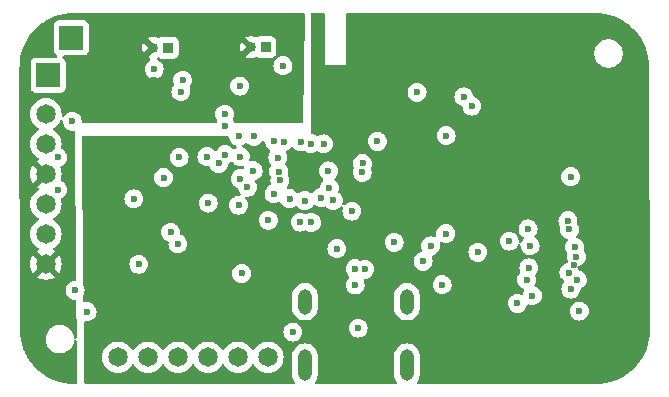
<source format=gbr>
%TF.GenerationSoftware,KiCad,Pcbnew,8.0.8*%
%TF.CreationDate,2025-02-23T23:13:27-08:00*%
%TF.ProjectId,OuterBoard_rev3.1,4f757465-7242-46f6-9172-645f72657633,rev?*%
%TF.SameCoordinates,Original*%
%TF.FileFunction,Copper,L2,Inr*%
%TF.FilePolarity,Positive*%
%FSLAX46Y46*%
G04 Gerber Fmt 4.6, Leading zero omitted, Abs format (unit mm)*
G04 Created by KiCad (PCBNEW 8.0.8) date 2025-02-23 23:13:27*
%MOMM*%
%LPD*%
G01*
G04 APERTURE LIST*
%TA.AperFunction,ComponentPad*%
%ADD10R,0.850000X0.850000*%
%TD*%
%TA.AperFunction,ComponentPad*%
%ADD11C,0.850000*%
%TD*%
%TA.AperFunction,ComponentPad*%
%ADD12C,1.650000*%
%TD*%
%TA.AperFunction,ComponentPad*%
%ADD13R,2.000000X2.000000*%
%TD*%
%TA.AperFunction,ComponentPad*%
%ADD14O,1.168400X2.159000*%
%TD*%
%TA.AperFunction,ComponentPad*%
%ADD15O,1.168400X2.667000*%
%TD*%
%TA.AperFunction,ViaPad*%
%ADD16C,0.600000*%
%TD*%
G04 APERTURE END LIST*
D10*
%TO.N,+BATT2*%
%TO.C,J4*%
X128117600Y-77749400D03*
D11*
%TO.N,GNDPWR*%
X126867600Y-77749400D03*
%TD*%
D10*
%TO.N,+BATT1*%
%TO.C,J3*%
X119837200Y-77800200D03*
D11*
%TO.N,GNDPWR*%
X118587200Y-77800200D03*
%TD*%
D12*
%TO.N,GPIO45*%
%TO.C,J2*%
X115620800Y-104013000D03*
%TO.N,GPIO46*%
X118160800Y-104013000D03*
%TO.N,IO21{slash}USER_LED*%
X120700800Y-104013000D03*
%TO.N,D10{slash}A10{slash}MOSI*%
X123240800Y-104013000D03*
%TO.N,D9{slash}A9{slash}MISO*%
X125780800Y-104013000D03*
%TO.N,D8{slash}A8{slash}SCK*%
X128320800Y-104013000D03*
%TD*%
D13*
%TO.N,Net-(D1-K)*%
%TO.C,TP1*%
X109728000Y-80137000D03*
%TD*%
%TO.N,Net-(D2-K)*%
%TO.C,TP2*%
X111683800Y-76962000D03*
%TD*%
D12*
%TO.N,GNDPWR*%
%TO.C,J1*%
X109524800Y-96113600D03*
%TO.N,VDC*%
X109524800Y-93573600D03*
%TO.N,D1{slash}A1*%
X109524800Y-91033600D03*
%TO.N,GNDPWR*%
X109524800Y-88493600D03*
%TO.N,VDC*%
X109524800Y-85953600D03*
%TO.N,D0{slash}A0*%
X109524800Y-83413600D03*
%TD*%
D14*
%TO.N,N/C*%
%TO.C,J5*%
X131449998Y-99319300D03*
X140090002Y-99319300D03*
D15*
X131449998Y-104679300D03*
X140090002Y-104679300D03*
%TD*%
D16*
%TO.N,GND*%
X132860000Y-98100000D03*
X138780000Y-98160000D03*
%TO.N,USB_DP*%
X135962801Y-101549200D03*
X135712200Y-97890000D03*
%TO.N,GND*%
X147726400Y-94157800D03*
X114935000Y-89611200D03*
X121132600Y-92504600D03*
X142111489Y-93007223D03*
X121488200Y-97002600D03*
X145669000Y-90678000D03*
X154263252Y-96239441D03*
X123910000Y-88790000D03*
X120802400Y-88646600D03*
X110540800Y-87096600D03*
X150320000Y-100336400D03*
X145084800Y-92284600D03*
X150571200Y-89230200D03*
X113030000Y-93116400D03*
X128730000Y-97690000D03*
X142028800Y-90476900D03*
X147650200Y-92456000D03*
X117889684Y-89981291D03*
X123266200Y-92532200D03*
X131069477Y-88457575D03*
X111749000Y-84037600D03*
X139238800Y-88206400D03*
X122047000Y-85648800D03*
X128652394Y-99384806D03*
X135485000Y-78335000D03*
X132535000Y-78335000D03*
X134970000Y-80990000D03*
X134970000Y-83510000D03*
X114681000Y-96926400D03*
X125196600Y-96164400D03*
X122351800Y-99034600D03*
X135661400Y-95097600D03*
X139065000Y-83540600D03*
X117201071Y-93477539D03*
X145770600Y-102743000D03*
X121943122Y-89829707D03*
X142189200Y-83540600D03*
X150012400Y-77241400D03*
%TO.N,VCC*%
X120954800Y-81538800D03*
%TO.N,+2V8*%
X143408400Y-85242400D03*
X141452600Y-95885000D03*
%TO.N,VDC*%
X117396700Y-96139000D03*
X113004600Y-100152200D03*
X121107200Y-80568800D03*
X118688700Y-79618800D03*
%TO.N,Net-(D7-K)*%
X154686000Y-100101400D03*
%TO.N,+3.3V*%
X140944600Y-81584800D03*
X123266200Y-90954600D03*
X126100000Y-96920000D03*
X120802400Y-87096600D03*
X146098900Y-95123000D03*
X111988600Y-98348800D03*
X144909600Y-81965800D03*
X142087600Y-94589600D03*
X119483800Y-88793400D03*
X123153000Y-87031400D03*
X133527800Y-89662000D03*
X110515400Y-89814400D03*
X143078200Y-97866200D03*
%TO.N,+1V8*%
X153847800Y-93192600D03*
X120700800Y-94411800D03*
%TO.N,Net-(C38-Pad1)*%
X133444702Y-88239600D03*
%TO.N,+5V*%
X130429000Y-101879400D03*
%TO.N,IO21{slash}USER_LED*%
X125830000Y-85308799D03*
%TO.N,Net-(FB1-Pad2)*%
X153949400Y-88722200D03*
%TO.N,USB_DP*%
X135712200Y-96520000D03*
X126586400Y-89603665D03*
%TO.N,USB_DN*%
X136525000Y-96570800D03*
X125984000Y-88900000D03*
%TO.N,MTCK{slash}IO39{slash}CAM_SCL*%
X139013899Y-94285101D03*
X143370000Y-93550000D03*
%TO.N,IO38{slash}DVP_VSYNC*%
X133858000Y-90728800D03*
X153725086Y-92450272D03*
%TO.N,Net-(J10-Pad8)*%
X148742400Y-94183200D03*
%TO.N,IO47{slash}DVP_HREF*%
X131987500Y-92597090D03*
X150342600Y-93141800D03*
%TO.N,IO48{slash}DVP_Y9*%
X131054076Y-92574211D03*
X150520400Y-94564200D03*
%TO.N,IO10{slash}XMCLK*%
X127127615Y-85308799D03*
X154300000Y-94700000D03*
%TO.N,IO11{slash}DVP_Y8*%
X124715600Y-86848296D03*
X154440000Y-95490000D03*
%TO.N,IO12{slash}DVP_Y7*%
X153810000Y-96840000D03*
X125984000Y-87020400D03*
%TO.N,IO13{slash}DVP_PCLK*%
X129164567Y-87102167D03*
X150418800Y-96443800D03*
%TO.N,IO14{slash}DVP_Y6*%
X154514600Y-97455000D03*
X124160450Y-87606201D03*
%TO.N,IO15{slash}DVP_Y2*%
X127076200Y-88206000D03*
X150215600Y-97434400D03*
%TO.N,IO16{slash}DVP_Y5*%
X153970000Y-98240000D03*
X129235200Y-88288500D03*
%TO.N,IO17{slash}DVP_Y3*%
X129330301Y-89044545D03*
X150710000Y-98792400D03*
%TO.N,IO18{slash}DVP_Y4*%
X149450000Y-99441000D03*
X128839742Y-90170878D03*
%TO.N,CHIP_EN*%
X133030300Y-85939200D03*
X137591800Y-85725000D03*
%TO.N,BNO_INT*%
X120091200Y-93421200D03*
X125933200Y-81049800D03*
%TO.N,D1{slash}A1*%
X131108400Y-85750400D03*
%TO.N,D0{slash}A0*%
X129592400Y-79324200D03*
%TO.N,GPIO0*%
X131953000Y-85928200D03*
X145592800Y-82753200D03*
%TO.N,BNO_RST*%
X116967000Y-90601800D03*
X124661600Y-83439000D03*
%TO.N,D8{slash}A8{slash}SCK*%
X129641600Y-85750400D03*
%TO.N,D9{slash}A9{slash}MISO*%
X128843704Y-85733896D03*
%TO.N,D10{slash}A10{slash}MOSI*%
X124714000Y-84404200D03*
%TO.N,VDD_SPI*%
X125830000Y-91135200D03*
%TO.N,SPIHD*%
X128357314Y-92410849D03*
%TO.N,SPIWP*%
X134162800Y-94818200D03*
%TO.N,SPICS0*%
X135432900Y-91643200D03*
%TO.N,SPICLK*%
X130149600Y-90576400D03*
%TO.N,SPIQ*%
X132791200Y-90500200D03*
%TO.N,SPID*%
X131445000Y-90754200D03*
%TO.N,GNDPWR*%
X118688700Y-80568800D03*
X117668297Y-83398103D03*
X127345704Y-83494601D03*
X113583130Y-81940400D03*
X119820552Y-83885375D03*
X116890800Y-78536800D03*
%TO.N,GPIO45*%
X136304681Y-88357976D03*
%TO.N,GPIO46*%
X136330000Y-87606000D03*
%TD*%
%TA.AperFunction,Conductor*%
%TO.N,GND*%
G36*
X133065276Y-74870785D02*
G01*
X133111031Y-74923589D01*
X133122237Y-74974875D01*
X133122794Y-75282215D01*
X133130000Y-79260000D01*
X134949999Y-79260000D01*
X134950000Y-79260000D01*
X134942192Y-78188313D01*
X155949300Y-78188313D01*
X155949300Y-78377286D01*
X155978859Y-78563918D01*
X156037254Y-78743636D01*
X156083008Y-78833432D01*
X156123040Y-78911999D01*
X156234110Y-79064873D01*
X156367727Y-79198490D01*
X156520601Y-79309560D01*
X156545346Y-79322168D01*
X156688963Y-79395345D01*
X156688965Y-79395345D01*
X156688968Y-79395347D01*
X156774373Y-79423097D01*
X156868681Y-79453740D01*
X157055314Y-79483300D01*
X157055319Y-79483300D01*
X157244286Y-79483300D01*
X157430918Y-79453740D01*
X157474605Y-79439545D01*
X157610632Y-79395347D01*
X157778999Y-79309560D01*
X157931873Y-79198490D01*
X158065490Y-79064873D01*
X158176560Y-78911999D01*
X158262347Y-78743632D01*
X158320740Y-78563918D01*
X158346094Y-78403840D01*
X158350300Y-78377286D01*
X158350300Y-78188313D01*
X158320740Y-78001681D01*
X158262345Y-77821963D01*
X158176559Y-77653600D01*
X158065490Y-77500727D01*
X157931873Y-77367110D01*
X157778999Y-77256040D01*
X157744820Y-77238625D01*
X157610636Y-77170254D01*
X157430918Y-77111859D01*
X157244286Y-77082300D01*
X157244281Y-77082300D01*
X157055319Y-77082300D01*
X157055314Y-77082300D01*
X156868681Y-77111859D01*
X156688963Y-77170254D01*
X156520600Y-77256040D01*
X156433379Y-77319410D01*
X156367727Y-77367110D01*
X156367725Y-77367112D01*
X156367724Y-77367112D01*
X156234112Y-77500724D01*
X156234112Y-77500725D01*
X156234110Y-77500727D01*
X156194011Y-77555918D01*
X156123040Y-77653600D01*
X156037254Y-77821963D01*
X155978859Y-78001681D01*
X155949300Y-78188313D01*
X134942192Y-78188313D01*
X134919875Y-75125359D01*
X134918787Y-74976003D01*
X134937983Y-74908822D01*
X134990452Y-74862684D01*
X135042784Y-74851100D01*
X155992318Y-74851100D01*
X156029494Y-74851100D01*
X156034902Y-74851218D01*
X156047239Y-74851756D01*
X156425523Y-74868272D01*
X156436260Y-74869212D01*
X156821229Y-74919894D01*
X156831855Y-74921767D01*
X157210947Y-75005810D01*
X157221367Y-75008602D01*
X157591684Y-75125362D01*
X157601838Y-75129058D01*
X157960559Y-75277646D01*
X157970350Y-75282212D01*
X158314742Y-75461491D01*
X158324109Y-75466898D01*
X158573340Y-75625676D01*
X158651577Y-75675518D01*
X158660438Y-75681723D01*
X158968467Y-75918082D01*
X158976754Y-75925036D01*
X159263009Y-76187341D01*
X159270658Y-76194990D01*
X159532963Y-76481245D01*
X159539917Y-76489532D01*
X159776276Y-76797561D01*
X159782481Y-76806422D01*
X159991100Y-77133889D01*
X159996508Y-77143257D01*
X160175784Y-77487642D01*
X160180356Y-77497446D01*
X160328940Y-77856159D01*
X160332640Y-77866324D01*
X160449392Y-78236614D01*
X160452192Y-78247064D01*
X160536229Y-78626131D01*
X160538107Y-78636784D01*
X160588785Y-79021719D01*
X160589728Y-79032495D01*
X160606782Y-79423097D01*
X160606900Y-79428506D01*
X160606900Y-79477000D01*
X160607019Y-79478196D01*
X160657692Y-101698780D01*
X160657574Y-101704472D01*
X160640528Y-102094904D01*
X160639585Y-102105680D01*
X160588907Y-102490615D01*
X160587029Y-102501268D01*
X160502992Y-102880335D01*
X160500192Y-102890785D01*
X160383440Y-103261075D01*
X160379740Y-103271240D01*
X160231156Y-103629953D01*
X160226584Y-103639757D01*
X160047308Y-103984142D01*
X160041900Y-103993510D01*
X159833281Y-104320977D01*
X159827076Y-104329838D01*
X159590717Y-104637867D01*
X159583763Y-104646154D01*
X159321458Y-104932409D01*
X159313809Y-104940058D01*
X159027554Y-105202363D01*
X159019267Y-105209317D01*
X158711238Y-105445676D01*
X158702377Y-105451881D01*
X158374910Y-105660500D01*
X158365542Y-105665908D01*
X158021157Y-105845184D01*
X158011353Y-105849756D01*
X157652640Y-105998340D01*
X157642475Y-106002040D01*
X157272185Y-106118792D01*
X157261735Y-106121592D01*
X156882668Y-106205629D01*
X156872015Y-106207507D01*
X156487080Y-106258185D01*
X156476304Y-106259128D01*
X156085703Y-106276182D01*
X156080294Y-106276300D01*
X141058239Y-106276300D01*
X140991200Y-106256615D01*
X140945445Y-106203811D01*
X140935501Y-106134653D01*
X140957921Y-106079414D01*
X141017721Y-105997107D01*
X141095233Y-105844980D01*
X141124624Y-105754523D01*
X141147992Y-105682605D01*
X141147992Y-105682604D01*
X141147993Y-105682601D01*
X141174702Y-105513968D01*
X141174702Y-103844632D01*
X141147993Y-103675999D01*
X141147992Y-103675995D01*
X141147992Y-103675994D01*
X141095234Y-103513622D01*
X141095232Y-103513619D01*
X141094333Y-103511853D01*
X141017721Y-103361493D01*
X140917365Y-103223365D01*
X140796637Y-103102637D01*
X140658509Y-103002281D01*
X140506382Y-102924769D01*
X140506379Y-102924767D01*
X140344006Y-102872009D01*
X140217528Y-102851977D01*
X140175370Y-102845300D01*
X140004634Y-102845300D01*
X139948423Y-102854203D01*
X139835999Y-102872009D01*
X139835996Y-102872009D01*
X139673624Y-102924767D01*
X139673621Y-102924769D01*
X139521494Y-103002281D01*
X139442687Y-103059538D01*
X139383367Y-103102637D01*
X139383365Y-103102639D01*
X139383364Y-103102639D01*
X139262641Y-103223362D01*
X139262641Y-103223363D01*
X139262639Y-103223365D01*
X139227856Y-103271240D01*
X139162283Y-103361492D01*
X139084771Y-103513619D01*
X139084769Y-103513622D01*
X139032011Y-103675994D01*
X139032011Y-103675997D01*
X139005302Y-103844632D01*
X139005302Y-105513967D01*
X139032011Y-105682602D01*
X139032011Y-105682605D01*
X139084769Y-105844977D01*
X139084771Y-105844980D01*
X139162283Y-105997107D01*
X139222083Y-106079414D01*
X139245563Y-106145221D01*
X139229738Y-106213275D01*
X139179632Y-106261969D01*
X139121765Y-106276300D01*
X132418235Y-106276300D01*
X132351196Y-106256615D01*
X132305441Y-106203811D01*
X132295497Y-106134653D01*
X132317917Y-106079414D01*
X132377717Y-105997107D01*
X132455229Y-105844980D01*
X132484620Y-105754523D01*
X132507988Y-105682605D01*
X132507988Y-105682604D01*
X132507989Y-105682601D01*
X132534698Y-105513968D01*
X132534698Y-103844632D01*
X132507989Y-103675999D01*
X132507988Y-103675995D01*
X132507988Y-103675994D01*
X132455230Y-103513622D01*
X132455228Y-103513619D01*
X132454329Y-103511853D01*
X132377717Y-103361493D01*
X132277361Y-103223365D01*
X132156633Y-103102637D01*
X132018505Y-103002281D01*
X131866378Y-102924769D01*
X131866375Y-102924767D01*
X131704002Y-102872009D01*
X131577524Y-102851977D01*
X131535366Y-102845300D01*
X131364630Y-102845300D01*
X131308419Y-102854203D01*
X131195995Y-102872009D01*
X131195992Y-102872009D01*
X131033620Y-102924767D01*
X131033617Y-102924769D01*
X130881490Y-103002281D01*
X130802683Y-103059538D01*
X130743363Y-103102637D01*
X130743361Y-103102639D01*
X130743360Y-103102639D01*
X130622637Y-103223362D01*
X130622637Y-103223363D01*
X130622635Y-103223365D01*
X130587852Y-103271240D01*
X130522279Y-103361492D01*
X130444767Y-103513619D01*
X130444765Y-103513622D01*
X130392007Y-103675994D01*
X130392007Y-103675997D01*
X130365298Y-103844632D01*
X130365298Y-105513967D01*
X130392007Y-105682602D01*
X130392007Y-105682605D01*
X130444765Y-105844977D01*
X130444767Y-105844980D01*
X130522279Y-105997107D01*
X130582079Y-106079414D01*
X130605559Y-106145221D01*
X130589734Y-106213275D01*
X130539628Y-106261969D01*
X130481761Y-106276300D01*
X112905802Y-106276300D01*
X112838763Y-106256615D01*
X112793008Y-106203811D01*
X112781810Y-106153692D01*
X112757784Y-104012998D01*
X114290237Y-104012998D01*
X114290237Y-104013001D01*
X114310450Y-104244044D01*
X114310451Y-104244051D01*
X114370478Y-104468074D01*
X114370479Y-104468076D01*
X114370480Y-104468079D01*
X114468499Y-104678282D01*
X114601530Y-104868269D01*
X114765531Y-105032270D01*
X114955518Y-105165301D01*
X115165721Y-105263320D01*
X115389750Y-105323349D01*
X115554785Y-105337787D01*
X115620798Y-105343563D01*
X115620800Y-105343563D01*
X115620802Y-105343563D01*
X115678562Y-105338509D01*
X115851850Y-105323349D01*
X116075879Y-105263320D01*
X116286082Y-105165301D01*
X116476069Y-105032270D01*
X116640070Y-104868269D01*
X116773101Y-104678282D01*
X116778418Y-104666878D01*
X116824590Y-104614440D01*
X116891784Y-104595288D01*
X116958665Y-104615504D01*
X117003181Y-104666878D01*
X117008499Y-104678282D01*
X117141530Y-104868269D01*
X117305531Y-105032270D01*
X117495518Y-105165301D01*
X117705721Y-105263320D01*
X117929750Y-105323349D01*
X118094785Y-105337787D01*
X118160798Y-105343563D01*
X118160800Y-105343563D01*
X118160802Y-105343563D01*
X118218562Y-105338509D01*
X118391850Y-105323349D01*
X118615879Y-105263320D01*
X118826082Y-105165301D01*
X119016069Y-105032270D01*
X119180070Y-104868269D01*
X119313101Y-104678282D01*
X119318418Y-104666878D01*
X119364590Y-104614440D01*
X119431784Y-104595288D01*
X119498665Y-104615504D01*
X119543181Y-104666878D01*
X119548499Y-104678282D01*
X119681530Y-104868269D01*
X119845531Y-105032270D01*
X120035518Y-105165301D01*
X120245721Y-105263320D01*
X120469750Y-105323349D01*
X120634785Y-105337787D01*
X120700798Y-105343563D01*
X120700800Y-105343563D01*
X120700802Y-105343563D01*
X120758562Y-105338509D01*
X120931850Y-105323349D01*
X121155879Y-105263320D01*
X121366082Y-105165301D01*
X121556069Y-105032270D01*
X121720070Y-104868269D01*
X121853101Y-104678282D01*
X121858418Y-104666878D01*
X121904590Y-104614440D01*
X121971784Y-104595288D01*
X122038665Y-104615504D01*
X122083181Y-104666878D01*
X122088499Y-104678282D01*
X122221530Y-104868269D01*
X122385531Y-105032270D01*
X122575518Y-105165301D01*
X122785721Y-105263320D01*
X123009750Y-105323349D01*
X123174785Y-105337787D01*
X123240798Y-105343563D01*
X123240800Y-105343563D01*
X123240802Y-105343563D01*
X123298562Y-105338509D01*
X123471850Y-105323349D01*
X123695879Y-105263320D01*
X123906082Y-105165301D01*
X124096069Y-105032270D01*
X124260070Y-104868269D01*
X124393101Y-104678282D01*
X124398418Y-104666878D01*
X124444590Y-104614440D01*
X124511784Y-104595288D01*
X124578665Y-104615504D01*
X124623181Y-104666878D01*
X124628499Y-104678282D01*
X124761530Y-104868269D01*
X124925531Y-105032270D01*
X125115518Y-105165301D01*
X125325721Y-105263320D01*
X125549750Y-105323349D01*
X125714785Y-105337787D01*
X125780798Y-105343563D01*
X125780800Y-105343563D01*
X125780802Y-105343563D01*
X125838562Y-105338509D01*
X126011850Y-105323349D01*
X126235879Y-105263320D01*
X126446082Y-105165301D01*
X126636069Y-105032270D01*
X126800070Y-104868269D01*
X126933101Y-104678282D01*
X126938418Y-104666878D01*
X126984590Y-104614440D01*
X127051784Y-104595288D01*
X127118665Y-104615504D01*
X127163181Y-104666878D01*
X127168499Y-104678282D01*
X127301530Y-104868269D01*
X127465531Y-105032270D01*
X127655518Y-105165301D01*
X127865721Y-105263320D01*
X128089750Y-105323349D01*
X128254785Y-105337787D01*
X128320798Y-105343563D01*
X128320800Y-105343563D01*
X128320802Y-105343563D01*
X128378562Y-105338509D01*
X128551850Y-105323349D01*
X128775879Y-105263320D01*
X128986082Y-105165301D01*
X129176069Y-105032270D01*
X129340070Y-104868269D01*
X129473101Y-104678282D01*
X129571120Y-104468079D01*
X129631149Y-104244050D01*
X129651363Y-104013000D01*
X129631149Y-103781950D01*
X129571120Y-103557921D01*
X129473101Y-103347719D01*
X129473099Y-103347716D01*
X129473098Y-103347714D01*
X129340073Y-103157735D01*
X129340068Y-103157729D01*
X129176069Y-102993730D01*
X129176063Y-102993726D01*
X128986082Y-102860699D01*
X128775879Y-102762680D01*
X128775876Y-102762679D01*
X128775874Y-102762678D01*
X128551851Y-102702651D01*
X128551844Y-102702650D01*
X128320802Y-102682437D01*
X128320798Y-102682437D01*
X128089755Y-102702650D01*
X128089748Y-102702651D01*
X127865717Y-102762681D01*
X127655518Y-102860699D01*
X127655514Y-102860701D01*
X127465535Y-102993726D01*
X127465529Y-102993731D01*
X127301531Y-103157729D01*
X127301526Y-103157735D01*
X127168501Y-103347714D01*
X127168498Y-103347720D01*
X127163181Y-103359123D01*
X127117007Y-103411562D01*
X127049813Y-103430712D01*
X126982933Y-103410495D01*
X126938419Y-103359123D01*
X126933101Y-103347720D01*
X126933098Y-103347714D01*
X126800073Y-103157735D01*
X126800068Y-103157729D01*
X126636069Y-102993730D01*
X126636063Y-102993726D01*
X126446082Y-102860699D01*
X126235879Y-102762680D01*
X126235876Y-102762679D01*
X126235874Y-102762678D01*
X126011851Y-102702651D01*
X126011844Y-102702650D01*
X125780802Y-102682437D01*
X125780798Y-102682437D01*
X125549755Y-102702650D01*
X125549748Y-102702651D01*
X125325717Y-102762681D01*
X125115518Y-102860699D01*
X125115514Y-102860701D01*
X124925535Y-102993726D01*
X124925529Y-102993731D01*
X124761531Y-103157729D01*
X124761526Y-103157735D01*
X124628501Y-103347714D01*
X124628498Y-103347720D01*
X124623181Y-103359123D01*
X124577007Y-103411562D01*
X124509813Y-103430712D01*
X124442933Y-103410495D01*
X124398419Y-103359123D01*
X124393101Y-103347720D01*
X124393098Y-103347714D01*
X124260073Y-103157735D01*
X124260068Y-103157729D01*
X124096069Y-102993730D01*
X124096063Y-102993726D01*
X123906082Y-102860699D01*
X123695879Y-102762680D01*
X123695876Y-102762679D01*
X123695874Y-102762678D01*
X123471851Y-102702651D01*
X123471844Y-102702650D01*
X123240802Y-102682437D01*
X123240798Y-102682437D01*
X123009755Y-102702650D01*
X123009748Y-102702651D01*
X122785717Y-102762681D01*
X122575518Y-102860699D01*
X122575514Y-102860701D01*
X122385535Y-102993726D01*
X122385529Y-102993731D01*
X122221531Y-103157729D01*
X122221526Y-103157735D01*
X122088501Y-103347714D01*
X122088498Y-103347720D01*
X122083181Y-103359123D01*
X122037007Y-103411562D01*
X121969813Y-103430712D01*
X121902933Y-103410495D01*
X121858419Y-103359123D01*
X121853101Y-103347720D01*
X121853098Y-103347714D01*
X121720073Y-103157735D01*
X121720068Y-103157729D01*
X121556069Y-102993730D01*
X121556063Y-102993726D01*
X121366082Y-102860699D01*
X121155879Y-102762680D01*
X121155876Y-102762679D01*
X121155874Y-102762678D01*
X120931851Y-102702651D01*
X120931844Y-102702650D01*
X120700802Y-102682437D01*
X120700798Y-102682437D01*
X120469755Y-102702650D01*
X120469748Y-102702651D01*
X120245717Y-102762681D01*
X120035518Y-102860699D01*
X120035514Y-102860701D01*
X119845535Y-102993726D01*
X119845529Y-102993731D01*
X119681531Y-103157729D01*
X119681526Y-103157735D01*
X119548501Y-103347714D01*
X119548498Y-103347720D01*
X119543181Y-103359123D01*
X119497007Y-103411562D01*
X119429813Y-103430712D01*
X119362933Y-103410495D01*
X119318419Y-103359123D01*
X119313101Y-103347720D01*
X119313098Y-103347714D01*
X119180073Y-103157735D01*
X119180068Y-103157729D01*
X119016069Y-102993730D01*
X119016063Y-102993726D01*
X118826082Y-102860699D01*
X118615879Y-102762680D01*
X118615876Y-102762679D01*
X118615874Y-102762678D01*
X118391851Y-102702651D01*
X118391844Y-102702650D01*
X118160802Y-102682437D01*
X118160798Y-102682437D01*
X117929755Y-102702650D01*
X117929748Y-102702651D01*
X117705717Y-102762681D01*
X117495518Y-102860699D01*
X117495514Y-102860701D01*
X117305535Y-102993726D01*
X117305529Y-102993731D01*
X117141531Y-103157729D01*
X117141526Y-103157735D01*
X117008501Y-103347714D01*
X117008498Y-103347720D01*
X117003181Y-103359123D01*
X116957007Y-103411562D01*
X116889813Y-103430712D01*
X116822933Y-103410495D01*
X116778419Y-103359123D01*
X116773101Y-103347720D01*
X116773098Y-103347714D01*
X116640073Y-103157735D01*
X116640068Y-103157729D01*
X116476069Y-102993730D01*
X116476063Y-102993726D01*
X116286082Y-102860699D01*
X116075879Y-102762680D01*
X116075876Y-102762679D01*
X116075874Y-102762678D01*
X115851851Y-102702651D01*
X115851844Y-102702650D01*
X115620802Y-102682437D01*
X115620798Y-102682437D01*
X115389755Y-102702650D01*
X115389748Y-102702651D01*
X115165717Y-102762681D01*
X114955518Y-102860699D01*
X114955514Y-102860701D01*
X114765535Y-102993726D01*
X114765529Y-102993731D01*
X114601531Y-103157729D01*
X114601526Y-103157735D01*
X114468501Y-103347714D01*
X114468499Y-103347718D01*
X114370481Y-103557917D01*
X114310451Y-103781948D01*
X114310450Y-103781955D01*
X114290237Y-104012998D01*
X112757784Y-104012998D01*
X112756390Y-103888778D01*
X112733837Y-101879396D01*
X129623435Y-101879396D01*
X129623435Y-101879403D01*
X129643630Y-102058649D01*
X129643631Y-102058654D01*
X129703211Y-102228923D01*
X129758914Y-102317573D01*
X129799184Y-102381662D01*
X129926738Y-102509216D01*
X130079478Y-102605189D01*
X130249745Y-102664768D01*
X130249750Y-102664769D01*
X130428996Y-102684965D01*
X130429000Y-102684965D01*
X130429004Y-102684965D01*
X130608249Y-102664769D01*
X130608252Y-102664768D01*
X130608255Y-102664768D01*
X130778522Y-102605189D01*
X130931262Y-102509216D01*
X131058816Y-102381662D01*
X131154789Y-102228922D01*
X131214368Y-102058655D01*
X131214369Y-102058649D01*
X131234565Y-101879403D01*
X131234565Y-101879396D01*
X131214369Y-101700150D01*
X131214368Y-101700145D01*
X131161550Y-101549200D01*
X131161549Y-101549196D01*
X135157236Y-101549196D01*
X135157236Y-101549203D01*
X135177431Y-101728449D01*
X135177432Y-101728454D01*
X135237012Y-101898723D01*
X135332985Y-102051462D01*
X135460539Y-102179016D01*
X135613279Y-102274989D01*
X135734977Y-102317573D01*
X135783546Y-102334568D01*
X135783551Y-102334569D01*
X135962797Y-102354765D01*
X135962801Y-102354765D01*
X135962805Y-102354765D01*
X136142050Y-102334569D01*
X136142053Y-102334568D01*
X136142056Y-102334568D01*
X136312323Y-102274989D01*
X136465063Y-102179016D01*
X136592617Y-102051462D01*
X136688590Y-101898722D01*
X136748169Y-101728455D01*
X136748170Y-101728449D01*
X136768366Y-101549203D01*
X136768366Y-101549196D01*
X136748170Y-101369950D01*
X136748169Y-101369945D01*
X136688589Y-101199676D01*
X136622208Y-101094032D01*
X136592617Y-101046938D01*
X136465063Y-100919384D01*
X136413155Y-100886768D01*
X136312324Y-100823411D01*
X136142055Y-100763831D01*
X136142050Y-100763830D01*
X135962805Y-100743635D01*
X135962797Y-100743635D01*
X135783551Y-100763830D01*
X135783546Y-100763831D01*
X135613277Y-100823411D01*
X135460538Y-100919384D01*
X135332985Y-101046937D01*
X135237012Y-101199676D01*
X135177432Y-101369945D01*
X135177431Y-101369950D01*
X135157236Y-101549196D01*
X131161549Y-101549196D01*
X131154789Y-101529878D01*
X131058816Y-101377138D01*
X130931262Y-101249584D01*
X130778523Y-101153611D01*
X130608254Y-101094031D01*
X130608249Y-101094030D01*
X130429004Y-101073835D01*
X130428996Y-101073835D01*
X130249750Y-101094030D01*
X130249745Y-101094031D01*
X130079476Y-101153611D01*
X129926737Y-101249584D01*
X129799184Y-101377137D01*
X129703211Y-101529876D01*
X129643631Y-101700145D01*
X129643630Y-101700150D01*
X129623435Y-101879396D01*
X112733837Y-101879396D01*
X112724712Y-101066373D01*
X112743643Y-100999119D01*
X112795930Y-100952775D01*
X112862587Y-100941764D01*
X112921447Y-100948396D01*
X113004597Y-100957765D01*
X113004600Y-100957765D01*
X113004604Y-100957765D01*
X113183849Y-100937569D01*
X113183852Y-100937568D01*
X113183855Y-100937568D01*
X113354122Y-100877989D01*
X113506862Y-100782016D01*
X113634416Y-100654462D01*
X113730389Y-100501722D01*
X113789968Y-100331455D01*
X113795692Y-100280654D01*
X113810165Y-100152203D01*
X113810165Y-100152196D01*
X113789969Y-99972950D01*
X113789968Y-99972945D01*
X113730388Y-99802676D01*
X113634415Y-99649937D01*
X113506862Y-99522384D01*
X113354123Y-99426411D01*
X113183854Y-99366831D01*
X113183849Y-99366830D01*
X113004604Y-99346635D01*
X113004596Y-99346635D01*
X112842124Y-99364940D01*
X112773302Y-99352885D01*
X112721923Y-99305536D01*
X112704249Y-99243114D01*
X112698829Y-98760210D01*
X112704903Y-98738632D01*
X130365298Y-98738632D01*
X130365298Y-99899968D01*
X130376857Y-99972950D01*
X130392007Y-100068602D01*
X130392007Y-100068605D01*
X130444765Y-100230977D01*
X130444767Y-100230980D01*
X130522279Y-100383107D01*
X130622635Y-100521235D01*
X130743363Y-100641963D01*
X130881491Y-100742319D01*
X131033618Y-100819831D01*
X131033620Y-100819832D01*
X131195993Y-100872590D01*
X131195994Y-100872590D01*
X131195997Y-100872591D01*
X131364630Y-100899300D01*
X131364631Y-100899300D01*
X131535365Y-100899300D01*
X131535366Y-100899300D01*
X131703999Y-100872591D01*
X131704002Y-100872590D01*
X131704003Y-100872590D01*
X131866375Y-100819832D01*
X131866375Y-100819831D01*
X131866378Y-100819831D01*
X132018505Y-100742319D01*
X132156633Y-100641963D01*
X132277361Y-100521235D01*
X132377717Y-100383107D01*
X132455229Y-100230980D01*
X132480826Y-100152200D01*
X132507988Y-100068605D01*
X132507988Y-100068604D01*
X132507989Y-100068601D01*
X132534698Y-99899968D01*
X132534698Y-98738632D01*
X139005302Y-98738632D01*
X139005302Y-99899968D01*
X139016861Y-99972950D01*
X139032011Y-100068602D01*
X139032011Y-100068605D01*
X139084769Y-100230977D01*
X139084771Y-100230980D01*
X139162283Y-100383107D01*
X139262639Y-100521235D01*
X139383367Y-100641963D01*
X139521495Y-100742319D01*
X139673622Y-100819831D01*
X139673624Y-100819832D01*
X139835997Y-100872590D01*
X139835998Y-100872590D01*
X139836001Y-100872591D01*
X140004634Y-100899300D01*
X140004635Y-100899300D01*
X140175369Y-100899300D01*
X140175370Y-100899300D01*
X140344003Y-100872591D01*
X140344006Y-100872590D01*
X140344007Y-100872590D01*
X140506379Y-100819832D01*
X140506379Y-100819831D01*
X140506382Y-100819831D01*
X140658509Y-100742319D01*
X140796637Y-100641963D01*
X140917365Y-100521235D01*
X141017721Y-100383107D01*
X141095233Y-100230980D01*
X141120830Y-100152200D01*
X141147992Y-100068605D01*
X141147992Y-100068604D01*
X141147993Y-100068601D01*
X141174702Y-99899968D01*
X141174702Y-99440996D01*
X148644435Y-99440996D01*
X148644435Y-99441003D01*
X148664630Y-99620249D01*
X148664631Y-99620254D01*
X148724211Y-99790523D01*
X148806915Y-99922145D01*
X148820184Y-99943262D01*
X148947738Y-100070816D01*
X148996406Y-100101396D01*
X149077264Y-100152203D01*
X149100478Y-100166789D01*
X149270745Y-100226368D01*
X149270750Y-100226369D01*
X149449996Y-100246565D01*
X149450000Y-100246565D01*
X149450004Y-100246565D01*
X149629249Y-100226369D01*
X149629252Y-100226368D01*
X149629255Y-100226368D01*
X149799522Y-100166789D01*
X149903594Y-100101396D01*
X153880435Y-100101396D01*
X153880435Y-100101403D01*
X153900630Y-100280649D01*
X153900631Y-100280654D01*
X153960211Y-100450923D01*
X154004392Y-100521236D01*
X154056184Y-100603662D01*
X154183738Y-100731216D01*
X154235646Y-100763832D01*
X154324767Y-100819831D01*
X154336478Y-100827189D01*
X154481653Y-100877988D01*
X154506745Y-100886768D01*
X154506750Y-100886769D01*
X154685996Y-100906965D01*
X154686000Y-100906965D01*
X154686004Y-100906965D01*
X154865249Y-100886769D01*
X154865252Y-100886768D01*
X154865255Y-100886768D01*
X155035522Y-100827189D01*
X155188262Y-100731216D01*
X155315816Y-100603662D01*
X155411789Y-100450922D01*
X155471368Y-100280655D01*
X155476965Y-100230980D01*
X155491565Y-100101403D01*
X155491565Y-100101396D01*
X155471369Y-99922150D01*
X155471368Y-99922145D01*
X155463608Y-99899967D01*
X155411789Y-99751878D01*
X155315816Y-99599138D01*
X155188262Y-99471584D01*
X155116370Y-99426411D01*
X155035523Y-99375611D01*
X154865254Y-99316031D01*
X154865249Y-99316030D01*
X154686004Y-99295835D01*
X154685996Y-99295835D01*
X154506750Y-99316030D01*
X154506745Y-99316031D01*
X154336476Y-99375611D01*
X154183737Y-99471584D01*
X154056184Y-99599137D01*
X153960211Y-99751876D01*
X153900631Y-99922145D01*
X153900630Y-99922150D01*
X153880435Y-100101396D01*
X149903594Y-100101396D01*
X149952262Y-100070816D01*
X150079816Y-99943262D01*
X150175789Y-99790522D01*
X150235368Y-99620255D01*
X150235368Y-99620254D01*
X150237668Y-99613682D01*
X150238881Y-99614106D01*
X150269422Y-99559501D01*
X150331082Y-99526640D01*
X150397164Y-99531026D01*
X150530745Y-99577768D01*
X150530750Y-99577769D01*
X150709996Y-99597965D01*
X150710000Y-99597965D01*
X150710004Y-99597965D01*
X150889249Y-99577769D01*
X150889252Y-99577768D01*
X150889255Y-99577768D01*
X151059522Y-99518189D01*
X151212262Y-99422216D01*
X151339816Y-99294662D01*
X151435789Y-99141922D01*
X151495368Y-98971655D01*
X151499077Y-98938737D01*
X151515565Y-98792403D01*
X151515565Y-98792396D01*
X151495369Y-98613150D01*
X151495368Y-98613145D01*
X151487102Y-98589522D01*
X151435789Y-98442878D01*
X151339816Y-98290138D01*
X151212262Y-98162584D01*
X151208450Y-98160189D01*
X151059523Y-98066611D01*
X150963836Y-98033129D01*
X150907060Y-97992407D01*
X150881313Y-97927454D01*
X150894769Y-97858892D01*
X150899798Y-97850115D01*
X150941387Y-97783926D01*
X150941388Y-97783923D01*
X150941389Y-97783922D01*
X151000968Y-97613655D01*
X151008161Y-97549815D01*
X151021165Y-97434403D01*
X151021165Y-97434396D01*
X151000969Y-97255150D01*
X151000967Y-97255142D01*
X150958934Y-97135017D01*
X150955373Y-97065239D01*
X150988293Y-97006384D01*
X151048616Y-96946062D01*
X151144589Y-96793322D01*
X151204168Y-96623055D01*
X151208467Y-96584901D01*
X151224365Y-96443803D01*
X151224365Y-96443796D01*
X151204169Y-96264550D01*
X151204168Y-96264545D01*
X151189028Y-96221278D01*
X151144589Y-96094278D01*
X151128415Y-96068538D01*
X151048615Y-95941537D01*
X150921062Y-95813984D01*
X150768323Y-95718011D01*
X150598054Y-95658431D01*
X150598049Y-95658430D01*
X150418804Y-95638235D01*
X150418796Y-95638235D01*
X150239550Y-95658430D01*
X150239545Y-95658431D01*
X150069276Y-95718011D01*
X149916537Y-95813984D01*
X149788984Y-95941537D01*
X149693011Y-96094276D01*
X149633431Y-96264545D01*
X149633430Y-96264550D01*
X149613235Y-96443796D01*
X149613235Y-96443803D01*
X149633430Y-96623049D01*
X149633432Y-96623057D01*
X149675465Y-96743180D01*
X149679026Y-96812958D01*
X149646106Y-96871814D01*
X149585784Y-96932136D01*
X149489811Y-97084876D01*
X149430231Y-97255145D01*
X149430230Y-97255150D01*
X149410035Y-97434396D01*
X149410035Y-97434403D01*
X149430230Y-97613649D01*
X149430231Y-97613654D01*
X149489811Y-97783923D01*
X149560411Y-97896281D01*
X149585784Y-97936662D01*
X149713338Y-98064216D01*
X149866078Y-98160189D01*
X149961762Y-98193670D01*
X150018538Y-98234392D01*
X150044286Y-98299344D01*
X150030830Y-98367906D01*
X150025803Y-98376683D01*
X149984210Y-98442879D01*
X149957289Y-98519816D01*
X149924632Y-98613145D01*
X149924631Y-98613147D01*
X149922333Y-98619717D01*
X149921122Y-98619293D01*
X149890565Y-98673911D01*
X149828900Y-98706763D01*
X149762836Y-98702374D01*
X149629254Y-98655631D01*
X149629249Y-98655630D01*
X149450004Y-98635435D01*
X149449996Y-98635435D01*
X149270750Y-98655630D01*
X149270745Y-98655631D01*
X149100476Y-98715211D01*
X148947737Y-98811184D01*
X148820184Y-98938737D01*
X148724211Y-99091476D01*
X148664631Y-99261745D01*
X148664630Y-99261750D01*
X148644435Y-99440996D01*
X141174702Y-99440996D01*
X141174702Y-98738632D01*
X141147993Y-98569999D01*
X141147992Y-98569995D01*
X141147992Y-98569994D01*
X141095234Y-98407622D01*
X141095232Y-98407619D01*
X141087408Y-98392262D01*
X141017721Y-98255493D01*
X140917365Y-98117365D01*
X140796637Y-97996637D01*
X140658509Y-97896281D01*
X140599463Y-97866196D01*
X142272635Y-97866196D01*
X142272635Y-97866203D01*
X142292830Y-98045449D01*
X142292831Y-98045454D01*
X142352411Y-98215723D01*
X142436031Y-98348803D01*
X142448384Y-98368462D01*
X142575938Y-98496016D01*
X142626918Y-98528049D01*
X142724751Y-98589522D01*
X142728678Y-98591989D01*
X142852840Y-98635435D01*
X142898945Y-98651568D01*
X142898950Y-98651569D01*
X143078196Y-98671765D01*
X143078200Y-98671765D01*
X143078204Y-98671765D01*
X143257449Y-98651569D01*
X143257452Y-98651568D01*
X143257455Y-98651568D01*
X143427722Y-98591989D01*
X143580462Y-98496016D01*
X143708016Y-98368462D01*
X143803989Y-98215722D01*
X143863568Y-98045455D01*
X143864957Y-98033129D01*
X143883765Y-97866203D01*
X143883765Y-97866196D01*
X143863569Y-97686950D01*
X143863568Y-97686945D01*
X143849167Y-97645789D01*
X143803989Y-97516678D01*
X143795391Y-97502995D01*
X143735941Y-97408381D01*
X143708016Y-97363938D01*
X143580462Y-97236384D01*
X143523536Y-97200615D01*
X143427723Y-97140411D01*
X143257454Y-97080831D01*
X143257449Y-97080830D01*
X143078204Y-97060635D01*
X143078196Y-97060635D01*
X142898950Y-97080830D01*
X142898945Y-97080831D01*
X142728676Y-97140411D01*
X142575937Y-97236384D01*
X142448384Y-97363937D01*
X142352411Y-97516676D01*
X142292831Y-97686945D01*
X142292830Y-97686950D01*
X142272635Y-97866196D01*
X140599463Y-97866196D01*
X140506382Y-97818769D01*
X140506379Y-97818767D01*
X140344006Y-97766009D01*
X140217528Y-97745977D01*
X140175370Y-97739300D01*
X140004634Y-97739300D01*
X139948423Y-97748203D01*
X139835999Y-97766009D01*
X139835996Y-97766009D01*
X139673624Y-97818767D01*
X139673621Y-97818769D01*
X139521494Y-97896281D01*
X139481610Y-97925259D01*
X139383367Y-97996637D01*
X139383365Y-97996639D01*
X139383364Y-97996639D01*
X139262641Y-98117362D01*
X139262641Y-98117363D01*
X139262639Y-98117365D01*
X139224728Y-98169545D01*
X139162283Y-98255492D01*
X139084771Y-98407619D01*
X139084769Y-98407622D01*
X139032011Y-98569994D01*
X139032011Y-98569997D01*
X139005302Y-98738632D01*
X132534698Y-98738632D01*
X132507989Y-98569999D01*
X132507988Y-98569995D01*
X132507988Y-98569994D01*
X132455230Y-98407622D01*
X132455228Y-98407619D01*
X132447404Y-98392262D01*
X132377717Y-98255493D01*
X132277361Y-98117365D01*
X132156633Y-97996637D01*
X132018505Y-97896281D01*
X131866378Y-97818769D01*
X131866375Y-97818767D01*
X131704002Y-97766009D01*
X131577524Y-97745977D01*
X131535366Y-97739300D01*
X131364630Y-97739300D01*
X131308419Y-97748203D01*
X131195995Y-97766009D01*
X131195992Y-97766009D01*
X131033620Y-97818767D01*
X131033617Y-97818769D01*
X130881490Y-97896281D01*
X130841606Y-97925259D01*
X130743363Y-97996637D01*
X130743361Y-97996639D01*
X130743360Y-97996639D01*
X130622637Y-98117362D01*
X130622637Y-98117363D01*
X130622635Y-98117365D01*
X130584724Y-98169545D01*
X130522279Y-98255492D01*
X130444767Y-98407619D01*
X130444765Y-98407622D01*
X130392007Y-98569994D01*
X130392007Y-98569997D01*
X130365298Y-98738632D01*
X112704903Y-98738632D01*
X112714109Y-98705926D01*
X112711364Y-98704604D01*
X112714384Y-98698328D01*
X112714389Y-98698322D01*
X112773968Y-98528055D01*
X112773969Y-98528049D01*
X112794165Y-98348803D01*
X112794165Y-98348796D01*
X112773969Y-98169550D01*
X112773968Y-98169545D01*
X112744320Y-98084816D01*
X112714389Y-97999278D01*
X112714387Y-97999275D01*
X112714387Y-97999274D01*
X112708458Y-97989838D01*
X112689459Y-97925259D01*
X112669411Y-96138996D01*
X116591135Y-96138996D01*
X116591135Y-96139003D01*
X116611330Y-96318249D01*
X116611331Y-96318254D01*
X116670911Y-96488523D01*
X116755440Y-96623049D01*
X116766884Y-96641262D01*
X116894438Y-96768816D01*
X116933439Y-96793322D01*
X117007726Y-96840000D01*
X117047178Y-96864789D01*
X117204951Y-96919996D01*
X117217445Y-96924368D01*
X117217450Y-96924369D01*
X117396696Y-96944565D01*
X117396700Y-96944565D01*
X117396704Y-96944565D01*
X117575949Y-96924369D01*
X117575952Y-96924368D01*
X117575955Y-96924368D01*
X117588449Y-96919996D01*
X125294435Y-96919996D01*
X125294435Y-96920003D01*
X125314630Y-97099249D01*
X125314631Y-97099254D01*
X125374211Y-97269523D01*
X125440243Y-97374612D01*
X125470184Y-97422262D01*
X125597738Y-97549816D01*
X125688080Y-97606582D01*
X125732121Y-97634255D01*
X125750478Y-97645789D01*
X125871773Y-97688232D01*
X125920745Y-97705368D01*
X125920750Y-97705369D01*
X126099996Y-97725565D01*
X126100000Y-97725565D01*
X126100004Y-97725565D01*
X126279249Y-97705369D01*
X126279252Y-97705368D01*
X126279255Y-97705368D01*
X126449522Y-97645789D01*
X126602262Y-97549816D01*
X126729816Y-97422262D01*
X126825789Y-97269522D01*
X126885368Y-97099255D01*
X126887444Y-97080830D01*
X126905565Y-96920003D01*
X126905565Y-96919996D01*
X126885369Y-96740750D01*
X126885368Y-96740745D01*
X126859622Y-96667167D01*
X126825789Y-96570478D01*
X126794069Y-96519996D01*
X134906635Y-96519996D01*
X134906635Y-96520003D01*
X134926830Y-96699249D01*
X134926831Y-96699254D01*
X134986411Y-96869523D01*
X135082384Y-97022262D01*
X135177441Y-97117319D01*
X135210926Y-97178642D01*
X135205942Y-97248334D01*
X135177441Y-97292681D01*
X135082384Y-97387737D01*
X134986411Y-97540476D01*
X134926831Y-97710745D01*
X134926830Y-97710750D01*
X134906635Y-97889996D01*
X134906635Y-97890003D01*
X134926830Y-98069249D01*
X134926831Y-98069254D01*
X134986411Y-98239523D01*
X135055072Y-98348796D01*
X135082384Y-98392262D01*
X135209938Y-98519816D01*
X135289796Y-98569994D01*
X135324800Y-98591989D01*
X135362678Y-98615789D01*
X135476537Y-98655630D01*
X135532945Y-98675368D01*
X135532950Y-98675369D01*
X135712196Y-98695565D01*
X135712200Y-98695565D01*
X135712204Y-98695565D01*
X135891449Y-98675369D01*
X135891452Y-98675368D01*
X135891455Y-98675368D01*
X136061722Y-98615789D01*
X136214462Y-98519816D01*
X136342016Y-98392262D01*
X136437989Y-98239522D01*
X136497568Y-98069255D01*
X136498136Y-98064215D01*
X136517765Y-97890003D01*
X136517765Y-97889996D01*
X136497569Y-97710750D01*
X136497566Y-97710737D01*
X136437398Y-97538787D01*
X136433836Y-97469008D01*
X136468564Y-97408381D01*
X136530558Y-97376153D01*
X136540549Y-97374613D01*
X136635303Y-97363937D01*
X136704249Y-97356169D01*
X136704252Y-97356168D01*
X136704255Y-97356168D01*
X136874522Y-97296589D01*
X137027262Y-97200616D01*
X137154816Y-97073062D01*
X137250789Y-96920322D01*
X137310368Y-96750055D01*
X137311143Y-96743180D01*
X137330565Y-96570803D01*
X137330565Y-96570796D01*
X137310369Y-96391550D01*
X137310368Y-96391545D01*
X137284722Y-96318254D01*
X137250789Y-96221278D01*
X137247339Y-96215788D01*
X137187036Y-96119816D01*
X137154816Y-96068538D01*
X137027262Y-95940984D01*
X136975354Y-95908368D01*
X136938158Y-95884996D01*
X140647035Y-95884996D01*
X140647035Y-95885003D01*
X140667230Y-96064249D01*
X140667231Y-96064254D01*
X140726811Y-96234523D01*
X140822784Y-96387262D01*
X140950338Y-96514816D01*
X141038920Y-96570476D01*
X141061877Y-96584901D01*
X141103078Y-96610789D01*
X141190165Y-96641262D01*
X141273345Y-96670368D01*
X141273350Y-96670369D01*
X141452596Y-96690565D01*
X141452600Y-96690565D01*
X141452604Y-96690565D01*
X141631849Y-96670369D01*
X141631852Y-96670368D01*
X141631855Y-96670368D01*
X141802122Y-96610789D01*
X141954862Y-96514816D01*
X142082416Y-96387262D01*
X142178389Y-96234522D01*
X142237968Y-96064255D01*
X142237969Y-96064249D01*
X142258165Y-95885003D01*
X142258165Y-95884996D01*
X142237969Y-95705750D01*
X142237968Y-95705745D01*
X142178749Y-95536507D01*
X142175188Y-95466728D01*
X142209917Y-95406100D01*
X142260773Y-95378672D01*
X142260282Y-95377268D01*
X142281724Y-95369765D01*
X142437122Y-95315389D01*
X142589862Y-95219416D01*
X142686282Y-95122996D01*
X145293335Y-95122996D01*
X145293335Y-95123003D01*
X145313530Y-95302249D01*
X145313531Y-95302254D01*
X145373111Y-95472523D01*
X145455453Y-95603568D01*
X145469084Y-95625262D01*
X145596638Y-95752816D01*
X145648546Y-95785432D01*
X145734629Y-95839522D01*
X145749378Y-95848789D01*
X145852852Y-95884996D01*
X145919645Y-95908368D01*
X145919650Y-95908369D01*
X146098896Y-95928565D01*
X146098900Y-95928565D01*
X146098904Y-95928565D01*
X146278149Y-95908369D01*
X146278152Y-95908368D01*
X146278155Y-95908368D01*
X146448422Y-95848789D01*
X146601162Y-95752816D01*
X146728716Y-95625262D01*
X146824689Y-95472522D01*
X146884268Y-95302255D01*
X146893833Y-95217365D01*
X146904465Y-95123003D01*
X146904465Y-95122996D01*
X146884269Y-94943750D01*
X146884268Y-94943745D01*
X146840338Y-94818200D01*
X146824689Y-94773478D01*
X146821785Y-94768857D01*
X146737441Y-94634624D01*
X146728716Y-94620738D01*
X146601162Y-94493184D01*
X146555273Y-94464350D01*
X146448423Y-94397211D01*
X146278154Y-94337631D01*
X146278149Y-94337630D01*
X146098904Y-94317435D01*
X146098896Y-94317435D01*
X145919650Y-94337630D01*
X145919645Y-94337631D01*
X145749376Y-94397211D01*
X145596637Y-94493184D01*
X145469084Y-94620737D01*
X145373111Y-94773476D01*
X145313531Y-94943745D01*
X145313530Y-94943750D01*
X145293335Y-95122996D01*
X142686282Y-95122996D01*
X142717416Y-95091862D01*
X142813389Y-94939122D01*
X142872968Y-94768855D01*
X142880726Y-94700000D01*
X142893165Y-94589603D01*
X142893165Y-94589597D01*
X142873226Y-94412636D01*
X142885280Y-94343814D01*
X142932629Y-94292434D01*
X143000240Y-94274810D01*
X143037401Y-94281711D01*
X143190737Y-94335366D01*
X143190743Y-94335367D01*
X143190745Y-94335368D01*
X143190746Y-94335368D01*
X143190750Y-94335369D01*
X143369996Y-94355565D01*
X143370000Y-94355565D01*
X143370004Y-94355565D01*
X143549249Y-94335369D01*
X143549252Y-94335368D01*
X143549255Y-94335368D01*
X143719522Y-94275789D01*
X143866883Y-94183196D01*
X147936835Y-94183196D01*
X147936835Y-94183203D01*
X147957030Y-94362449D01*
X147957031Y-94362454D01*
X148016611Y-94532723D01*
X148112584Y-94685462D01*
X148240138Y-94813016D01*
X148392878Y-94908989D01*
X148504811Y-94948156D01*
X148563145Y-94968568D01*
X148563150Y-94968569D01*
X148742396Y-94988765D01*
X148742400Y-94988765D01*
X148742404Y-94988765D01*
X148921649Y-94968569D01*
X148921652Y-94968568D01*
X148921655Y-94968568D01*
X149091922Y-94908989D01*
X149244662Y-94813016D01*
X149372216Y-94685462D01*
X149468189Y-94532722D01*
X149473793Y-94516707D01*
X149514514Y-94459931D01*
X149579467Y-94434183D01*
X149648028Y-94447639D01*
X149698432Y-94496025D01*
X149714835Y-94557661D01*
X149714835Y-94564203D01*
X149735030Y-94743449D01*
X149735031Y-94743454D01*
X149794611Y-94913723D01*
X149890584Y-95066462D01*
X150018138Y-95194016D01*
X150058562Y-95219416D01*
X150157415Y-95281530D01*
X150170878Y-95289989D01*
X150257965Y-95320462D01*
X150341145Y-95349568D01*
X150341150Y-95349569D01*
X150520396Y-95369765D01*
X150520400Y-95369765D01*
X150520404Y-95369765D01*
X150699649Y-95349569D01*
X150699652Y-95349568D01*
X150699655Y-95349568D01*
X150869922Y-95289989D01*
X151022662Y-95194016D01*
X151150216Y-95066462D01*
X151246189Y-94913722D01*
X151305768Y-94743455D01*
X151310665Y-94699996D01*
X151325965Y-94564203D01*
X151325965Y-94564196D01*
X151305769Y-94384950D01*
X151305768Y-94384945D01*
X151288420Y-94335368D01*
X151246189Y-94214678D01*
X151229667Y-94188384D01*
X151155397Y-94070184D01*
X151150216Y-94061938D01*
X151022662Y-93934384D01*
X150945168Y-93885691D01*
X150898878Y-93833357D01*
X150888230Y-93764304D01*
X150916605Y-93700455D01*
X150923449Y-93693028D01*
X150972416Y-93644062D01*
X151068389Y-93491322D01*
X151127968Y-93321055D01*
X151127969Y-93321049D01*
X151148165Y-93141803D01*
X151148165Y-93141796D01*
X151127969Y-92962550D01*
X151127968Y-92962545D01*
X151102638Y-92890155D01*
X151068389Y-92792278D01*
X151067827Y-92791384D01*
X150972415Y-92639537D01*
X150844862Y-92511984D01*
X150746642Y-92450268D01*
X152919521Y-92450268D01*
X152919521Y-92450275D01*
X152939716Y-92629521D01*
X152939717Y-92629526D01*
X152999297Y-92799795D01*
X153056074Y-92890155D01*
X153075074Y-92957392D01*
X153068123Y-92997077D01*
X153062431Y-93013343D01*
X153062431Y-93013346D01*
X153042235Y-93192596D01*
X153042235Y-93192603D01*
X153062430Y-93371849D01*
X153062431Y-93371854D01*
X153122011Y-93542123D01*
X153209234Y-93680937D01*
X153217984Y-93694862D01*
X153345538Y-93822416D01*
X153370994Y-93838411D01*
X153492298Y-93914632D01*
X153498278Y-93918389D01*
X153564883Y-93941695D01*
X153646291Y-93970181D01*
X153703067Y-94010903D01*
X153728814Y-94075856D01*
X153715358Y-94144418D01*
X153693019Y-94174903D01*
X153670183Y-94197739D01*
X153574211Y-94350476D01*
X153514631Y-94520745D01*
X153514630Y-94520750D01*
X153494435Y-94699996D01*
X153494435Y-94700003D01*
X153514630Y-94879249D01*
X153514631Y-94879254D01*
X153574211Y-95049523D01*
X153652806Y-95174605D01*
X153671806Y-95241841D01*
X153664854Y-95281530D01*
X153654631Y-95310745D01*
X153654631Y-95310746D01*
X153634435Y-95489996D01*
X153634435Y-95490003D01*
X153654630Y-95669249D01*
X153654631Y-95669254D01*
X153714212Y-95839525D01*
X153729924Y-95864531D01*
X153748924Y-95931768D01*
X153728556Y-95998603D01*
X153675288Y-96043816D01*
X153638816Y-96053722D01*
X153630748Y-96054631D01*
X153630745Y-96054631D01*
X153460476Y-96114211D01*
X153307737Y-96210184D01*
X153180184Y-96337737D01*
X153084211Y-96490476D01*
X153024631Y-96660745D01*
X153024630Y-96660750D01*
X153004435Y-96839996D01*
X153004435Y-96840003D01*
X153024630Y-97019249D01*
X153024631Y-97019254D01*
X153084211Y-97189523D01*
X153149030Y-97292681D01*
X153180184Y-97342262D01*
X153307738Y-97469816D01*
X153358599Y-97501774D01*
X153360542Y-97502995D01*
X153406833Y-97555330D01*
X153417481Y-97624384D01*
X153389106Y-97688232D01*
X153382252Y-97695669D01*
X153340184Y-97737737D01*
X153244211Y-97890476D01*
X153184631Y-98060745D01*
X153184630Y-98060750D01*
X153164435Y-98239996D01*
X153164435Y-98240003D01*
X153184630Y-98419249D01*
X153184631Y-98419254D01*
X153244211Y-98589523D01*
X153317878Y-98706763D01*
X153340184Y-98742262D01*
X153467738Y-98869816D01*
X153558080Y-98926582D01*
X153577426Y-98938738D01*
X153620478Y-98965789D01*
X153790745Y-99025368D01*
X153790750Y-99025369D01*
X153969996Y-99045565D01*
X153970000Y-99045565D01*
X153970004Y-99045565D01*
X154149249Y-99025369D01*
X154149252Y-99025368D01*
X154149255Y-99025368D01*
X154319522Y-98965789D01*
X154472262Y-98869816D01*
X154599816Y-98742262D01*
X154695789Y-98589522D01*
X154755368Y-98419255D01*
X154758410Y-98392262D01*
X154770152Y-98288043D01*
X154797218Y-98223629D01*
X154852420Y-98184884D01*
X154858571Y-98182731D01*
X154864122Y-98180789D01*
X155016862Y-98084816D01*
X155144416Y-97957262D01*
X155240389Y-97804522D01*
X155299968Y-97634255D01*
X155299969Y-97634249D01*
X155320165Y-97455003D01*
X155320165Y-97454996D01*
X155299969Y-97275750D01*
X155299968Y-97275745D01*
X155273679Y-97200615D01*
X155240389Y-97105478D01*
X155144416Y-96952738D01*
X155016862Y-96825184D01*
X154864121Y-96729210D01*
X154693849Y-96669630D01*
X154671986Y-96667167D01*
X154607572Y-96640099D01*
X154568829Y-96584901D01*
X154563893Y-96570796D01*
X154535789Y-96490478D01*
X154520075Y-96465469D01*
X154501075Y-96398233D01*
X154521443Y-96331397D01*
X154574710Y-96286183D01*
X154611189Y-96276276D01*
X154619255Y-96275368D01*
X154789522Y-96215789D01*
X154942262Y-96119816D01*
X155069816Y-95992262D01*
X155165789Y-95839522D01*
X155225368Y-95669255D01*
X155225369Y-95669249D01*
X155245565Y-95490003D01*
X155245565Y-95489996D01*
X155225369Y-95310750D01*
X155225368Y-95310745D01*
X155201257Y-95241841D01*
X155165789Y-95140478D01*
X155154804Y-95122996D01*
X155087193Y-95015393D01*
X155068193Y-94948156D01*
X155075145Y-94908469D01*
X155085368Y-94879255D01*
X155092247Y-94818203D01*
X155105565Y-94700003D01*
X155105565Y-94699996D01*
X155085369Y-94520750D01*
X155085368Y-94520745D01*
X155065636Y-94464355D01*
X155025789Y-94350478D01*
X155017717Y-94337632D01*
X154978244Y-94274810D01*
X154929816Y-94197738D01*
X154802262Y-94070184D01*
X154649522Y-93974211D01*
X154649519Y-93974209D01*
X154501508Y-93922417D01*
X154444732Y-93881695D01*
X154418985Y-93816743D01*
X154432441Y-93748181D01*
X154454777Y-93717700D01*
X154477616Y-93694862D01*
X154573589Y-93542122D01*
X154633168Y-93371855D01*
X154634551Y-93359579D01*
X154653365Y-93192603D01*
X154653365Y-93192596D01*
X154633169Y-93013350D01*
X154633168Y-93013345D01*
X154573588Y-92843075D01*
X154516811Y-92752717D01*
X154497810Y-92685480D01*
X154504763Y-92645789D01*
X154510454Y-92629527D01*
X154512020Y-92615635D01*
X154530651Y-92450275D01*
X154530651Y-92450268D01*
X154510455Y-92271022D01*
X154510454Y-92271017D01*
X154450874Y-92100748D01*
X154354901Y-91948009D01*
X154227348Y-91820456D01*
X154074609Y-91724483D01*
X153904340Y-91664903D01*
X153904335Y-91664902D01*
X153725090Y-91644707D01*
X153725082Y-91644707D01*
X153545836Y-91664902D01*
X153545831Y-91664903D01*
X153375562Y-91724483D01*
X153222823Y-91820456D01*
X153095270Y-91948009D01*
X152999297Y-92100748D01*
X152939717Y-92271017D01*
X152939716Y-92271022D01*
X152919521Y-92450268D01*
X150746642Y-92450268D01*
X150692123Y-92416011D01*
X150521854Y-92356431D01*
X150521849Y-92356430D01*
X150342604Y-92336235D01*
X150342596Y-92336235D01*
X150163350Y-92356430D01*
X150163345Y-92356431D01*
X149993076Y-92416011D01*
X149840337Y-92511984D01*
X149712784Y-92639537D01*
X149616811Y-92792276D01*
X149557231Y-92962545D01*
X149557230Y-92962550D01*
X149537035Y-93141796D01*
X149537035Y-93141803D01*
X149557230Y-93321049D01*
X149557231Y-93321054D01*
X149616811Y-93491323D01*
X149654472Y-93551259D01*
X149712784Y-93644062D01*
X149840338Y-93771616D01*
X149917830Y-93820308D01*
X149964121Y-93872642D01*
X149974769Y-93941695D01*
X149946394Y-94005544D01*
X149939540Y-94012981D01*
X149890584Y-94061937D01*
X149794609Y-94214680D01*
X149789006Y-94230693D01*
X149748284Y-94287469D01*
X149683332Y-94313216D01*
X149614770Y-94299760D01*
X149564367Y-94251372D01*
X149547965Y-94189738D01*
X149547965Y-94183196D01*
X149527769Y-94003950D01*
X149527768Y-94003945D01*
X149503845Y-93935577D01*
X149468189Y-93833678D01*
X149467987Y-93833357D01*
X149414468Y-93748181D01*
X149372216Y-93680938D01*
X149244662Y-93553384D01*
X149201092Y-93526007D01*
X149091923Y-93457411D01*
X148921654Y-93397831D01*
X148921649Y-93397830D01*
X148742404Y-93377635D01*
X148742396Y-93377635D01*
X148563150Y-93397830D01*
X148563145Y-93397831D01*
X148392876Y-93457411D01*
X148240137Y-93553384D01*
X148112584Y-93680937D01*
X148016611Y-93833676D01*
X147957031Y-94003945D01*
X147957030Y-94003950D01*
X147936835Y-94183196D01*
X143866883Y-94183196D01*
X143872262Y-94179816D01*
X143999816Y-94052262D01*
X144095789Y-93899522D01*
X144155368Y-93729255D01*
X144159243Y-93694862D01*
X144175565Y-93550003D01*
X144175565Y-93549996D01*
X144155369Y-93370750D01*
X144155368Y-93370745D01*
X144123355Y-93279257D01*
X144095789Y-93200478D01*
X144093112Y-93196218D01*
X144017871Y-93076473D01*
X143999816Y-93047738D01*
X143872262Y-92920184D01*
X143749549Y-92843078D01*
X143719523Y-92824211D01*
X143549254Y-92764631D01*
X143549249Y-92764630D01*
X143370004Y-92744435D01*
X143369996Y-92744435D01*
X143190750Y-92764630D01*
X143190745Y-92764631D01*
X143020476Y-92824211D01*
X142867737Y-92920184D01*
X142740184Y-93047737D01*
X142644211Y-93200476D01*
X142584631Y-93370745D01*
X142584630Y-93370750D01*
X142564435Y-93549996D01*
X142564435Y-93550003D01*
X142584373Y-93726964D01*
X142572318Y-93795786D01*
X142524969Y-93847165D01*
X142457359Y-93864789D01*
X142420198Y-93857889D01*
X142266854Y-93804231D01*
X142266849Y-93804230D01*
X142087604Y-93784035D01*
X142087596Y-93784035D01*
X141908350Y-93804230D01*
X141908345Y-93804231D01*
X141738076Y-93863811D01*
X141585337Y-93959784D01*
X141457784Y-94087337D01*
X141361811Y-94240076D01*
X141302231Y-94410345D01*
X141302230Y-94410350D01*
X141282035Y-94589596D01*
X141282035Y-94589603D01*
X141302230Y-94768849D01*
X141302232Y-94768857D01*
X141361450Y-94938093D01*
X141365011Y-95007872D01*
X141330282Y-95068499D01*
X141279428Y-95095937D01*
X141279917Y-95097333D01*
X141273347Y-95099631D01*
X141273345Y-95099632D01*
X141210758Y-95121531D01*
X141103078Y-95159210D01*
X140950337Y-95255184D01*
X140822784Y-95382737D01*
X140726811Y-95535476D01*
X140667231Y-95705745D01*
X140667230Y-95705750D01*
X140647035Y-95884996D01*
X136938158Y-95884996D01*
X136874523Y-95845011D01*
X136704254Y-95785431D01*
X136704249Y-95785430D01*
X136525004Y-95765235D01*
X136524996Y-95765235D01*
X136345750Y-95785430D01*
X136345742Y-95785432D01*
X136210704Y-95832684D01*
X136140925Y-95836245D01*
X136103779Y-95820637D01*
X136061717Y-95794208D01*
X135891462Y-95734633D01*
X135891449Y-95734630D01*
X135712204Y-95714435D01*
X135712196Y-95714435D01*
X135532950Y-95734630D01*
X135532945Y-95734631D01*
X135362676Y-95794211D01*
X135209937Y-95890184D01*
X135082384Y-96017737D01*
X134986411Y-96170476D01*
X134926831Y-96340745D01*
X134926830Y-96340750D01*
X134906635Y-96519996D01*
X126794069Y-96519996D01*
X126729816Y-96417738D01*
X126602262Y-96290184D01*
X126580128Y-96276276D01*
X126449523Y-96194211D01*
X126279254Y-96134631D01*
X126279249Y-96134630D01*
X126100004Y-96114435D01*
X126099996Y-96114435D01*
X125920750Y-96134630D01*
X125920745Y-96134631D01*
X125750476Y-96194211D01*
X125597737Y-96290184D01*
X125470184Y-96417737D01*
X125374211Y-96570476D01*
X125314631Y-96740745D01*
X125314630Y-96740750D01*
X125294435Y-96919996D01*
X117588449Y-96919996D01*
X117746222Y-96864789D01*
X117898962Y-96768816D01*
X118026516Y-96641262D01*
X118122489Y-96488522D01*
X118182068Y-96318255D01*
X118186900Y-96275368D01*
X118202265Y-96139003D01*
X118202265Y-96138996D01*
X118182069Y-95959750D01*
X118182068Y-95959745D01*
X118164090Y-95908368D01*
X118122489Y-95789478D01*
X118119945Y-95785430D01*
X118040147Y-95658432D01*
X118026516Y-95636738D01*
X117898962Y-95509184D01*
X117868425Y-95489996D01*
X117746223Y-95413211D01*
X117575954Y-95353631D01*
X117575949Y-95353630D01*
X117396704Y-95333435D01*
X117396696Y-95333435D01*
X117217450Y-95353630D01*
X117217445Y-95353631D01*
X117047176Y-95413211D01*
X116894437Y-95509184D01*
X116766884Y-95636737D01*
X116670911Y-95789476D01*
X116611331Y-95959745D01*
X116611330Y-95959750D01*
X116591135Y-96138996D01*
X112669411Y-96138996D01*
X112638908Y-93421196D01*
X119285635Y-93421196D01*
X119285635Y-93421203D01*
X119305830Y-93600449D01*
X119305831Y-93600454D01*
X119365411Y-93770723D01*
X119443145Y-93894435D01*
X119461384Y-93923462D01*
X119588938Y-94051016D01*
X119741678Y-94146989D01*
X119824778Y-94176067D01*
X119881553Y-94216787D01*
X119907301Y-94281740D01*
X119907043Y-94306991D01*
X119895235Y-94411795D01*
X119895235Y-94411803D01*
X119915430Y-94591049D01*
X119915431Y-94591054D01*
X119975011Y-94761323D01*
X120049113Y-94879254D01*
X120070984Y-94914062D01*
X120198538Y-95041616D01*
X120244459Y-95070470D01*
X120328064Y-95123003D01*
X120351278Y-95137589D01*
X120437396Y-95167723D01*
X120521545Y-95197168D01*
X120521550Y-95197169D01*
X120700796Y-95217365D01*
X120700800Y-95217365D01*
X120700804Y-95217365D01*
X120880049Y-95197169D01*
X120880052Y-95197168D01*
X120880055Y-95197168D01*
X121050322Y-95137589D01*
X121203062Y-95041616D01*
X121330616Y-94914062D01*
X121390853Y-94818196D01*
X133357235Y-94818196D01*
X133357235Y-94818203D01*
X133377430Y-94997449D01*
X133377431Y-94997454D01*
X133437011Y-95167723D01*
X133529796Y-95315388D01*
X133532984Y-95320462D01*
X133660538Y-95448016D01*
X133690318Y-95466728D01*
X133799729Y-95535476D01*
X133813278Y-95543989D01*
X133983545Y-95603568D01*
X133983550Y-95603569D01*
X134162796Y-95623765D01*
X134162800Y-95623765D01*
X134162804Y-95623765D01*
X134342049Y-95603569D01*
X134342052Y-95603568D01*
X134342055Y-95603568D01*
X134512322Y-95543989D01*
X134665062Y-95448016D01*
X134792616Y-95320462D01*
X134888589Y-95167722D01*
X134948168Y-94997455D01*
X134949263Y-94987738D01*
X134968365Y-94818203D01*
X134968365Y-94818196D01*
X134948169Y-94638950D01*
X134948168Y-94638945D01*
X134941797Y-94620737D01*
X134888589Y-94468678D01*
X134885873Y-94464356D01*
X134835976Y-94384945D01*
X134792616Y-94315938D01*
X134761775Y-94285097D01*
X138208334Y-94285097D01*
X138208334Y-94285104D01*
X138228529Y-94464350D01*
X138228530Y-94464355D01*
X138288110Y-94634624D01*
X138329189Y-94700000D01*
X138384083Y-94787363D01*
X138511637Y-94914917D01*
X138564537Y-94948156D01*
X138642993Y-94997454D01*
X138664377Y-95010890D01*
X138752184Y-95041615D01*
X138834644Y-95070469D01*
X138834649Y-95070470D01*
X139013895Y-95090666D01*
X139013899Y-95090666D01*
X139013903Y-95090666D01*
X139193148Y-95070470D01*
X139193151Y-95070469D01*
X139193154Y-95070469D01*
X139363421Y-95010890D01*
X139516161Y-94914917D01*
X139643715Y-94787363D01*
X139739688Y-94634623D01*
X139799267Y-94464356D01*
X139802667Y-94434183D01*
X139819464Y-94285104D01*
X139819464Y-94285097D01*
X139799268Y-94105851D01*
X139799267Y-94105846D01*
X139783903Y-94061938D01*
X139739688Y-93935579D01*
X139732074Y-93923462D01*
X139675658Y-93833676D01*
X139643715Y-93782839D01*
X139516161Y-93655285D01*
X139468071Y-93625068D01*
X139363422Y-93559312D01*
X139193153Y-93499732D01*
X139193148Y-93499731D01*
X139013903Y-93479536D01*
X139013895Y-93479536D01*
X138834649Y-93499731D01*
X138834644Y-93499732D01*
X138664375Y-93559312D01*
X138511636Y-93655285D01*
X138384083Y-93782838D01*
X138288110Y-93935577D01*
X138228530Y-94105846D01*
X138228529Y-94105851D01*
X138208334Y-94285097D01*
X134761775Y-94285097D01*
X134665062Y-94188384D01*
X134512323Y-94092411D01*
X134342054Y-94032831D01*
X134342049Y-94032830D01*
X134162804Y-94012635D01*
X134162796Y-94012635D01*
X133983550Y-94032830D01*
X133983545Y-94032831D01*
X133813276Y-94092411D01*
X133660537Y-94188384D01*
X133532984Y-94315937D01*
X133437011Y-94468676D01*
X133377431Y-94638945D01*
X133377430Y-94638950D01*
X133357235Y-94818196D01*
X121390853Y-94818196D01*
X121426589Y-94761322D01*
X121486168Y-94591055D01*
X121486332Y-94589600D01*
X121506365Y-94411803D01*
X121506365Y-94411796D01*
X121486169Y-94232550D01*
X121486168Y-94232545D01*
X121473989Y-94197739D01*
X121426589Y-94062278D01*
X121426375Y-94061938D01*
X121371253Y-93974211D01*
X121330616Y-93909538D01*
X121203062Y-93781984D01*
X121050321Y-93686010D01*
X120967222Y-93656933D01*
X120910446Y-93616211D01*
X120884698Y-93551259D01*
X120884956Y-93526007D01*
X120887917Y-93499733D01*
X120896765Y-93421200D01*
X120894675Y-93402655D01*
X120876569Y-93241950D01*
X120876568Y-93241945D01*
X120839719Y-93136637D01*
X120816989Y-93071678D01*
X120801946Y-93047738D01*
X120738405Y-92946613D01*
X120721016Y-92918938D01*
X120593462Y-92791384D01*
X120569518Y-92776339D01*
X120440723Y-92695411D01*
X120270454Y-92635831D01*
X120270449Y-92635830D01*
X120091204Y-92615635D01*
X120091196Y-92615635D01*
X119911950Y-92635830D01*
X119911945Y-92635831D01*
X119741676Y-92695411D01*
X119588937Y-92791384D01*
X119461384Y-92918937D01*
X119365411Y-93071676D01*
X119305831Y-93241945D01*
X119305830Y-93241950D01*
X119285635Y-93421196D01*
X112638908Y-93421196D01*
X112627569Y-92410845D01*
X127551749Y-92410845D01*
X127551749Y-92410852D01*
X127571944Y-92590098D01*
X127571945Y-92590103D01*
X127631525Y-92760372D01*
X127671638Y-92824211D01*
X127727498Y-92913111D01*
X127855052Y-93040665D01*
X128007792Y-93136638D01*
X128167711Y-93192596D01*
X128178059Y-93196217D01*
X128178064Y-93196218D01*
X128357310Y-93216414D01*
X128357314Y-93216414D01*
X128357318Y-93216414D01*
X128536563Y-93196218D01*
X128536566Y-93196217D01*
X128536569Y-93196217D01*
X128706836Y-93136638D01*
X128859576Y-93040665D01*
X128987130Y-92913111D01*
X129083103Y-92760371D01*
X129142682Y-92590104D01*
X129142683Y-92590098D01*
X129144473Y-92574207D01*
X130248511Y-92574207D01*
X130248511Y-92574214D01*
X130268706Y-92753460D01*
X130268707Y-92753465D01*
X130328287Y-92923734D01*
X130421246Y-93071676D01*
X130424260Y-93076473D01*
X130551814Y-93204027D01*
X130704554Y-93300000D01*
X130874821Y-93359579D01*
X130874826Y-93359580D01*
X131054072Y-93379776D01*
X131054076Y-93379776D01*
X131054080Y-93379776D01*
X131233325Y-93359580D01*
X131233328Y-93359579D01*
X131233331Y-93359579D01*
X131403598Y-93300000D01*
X131436609Y-93279258D01*
X131503846Y-93260257D01*
X131568554Y-93279257D01*
X131635073Y-93321054D01*
X131637978Y-93322879D01*
X131794462Y-93377635D01*
X131808245Y-93382458D01*
X131808250Y-93382459D01*
X131987496Y-93402655D01*
X131987500Y-93402655D01*
X131987504Y-93402655D01*
X132166749Y-93382459D01*
X132166752Y-93382458D01*
X132166755Y-93382458D01*
X132337022Y-93322879D01*
X132489762Y-93226906D01*
X132617316Y-93099352D01*
X132713289Y-92946612D01*
X132772868Y-92776345D01*
X132775446Y-92753465D01*
X132793065Y-92597093D01*
X132793065Y-92597086D01*
X132772869Y-92417840D01*
X132772868Y-92417835D01*
X132744315Y-92336235D01*
X132713289Y-92247568D01*
X132617316Y-92094828D01*
X132489762Y-91967274D01*
X132459102Y-91948009D01*
X132337023Y-91871301D01*
X132166754Y-91811721D01*
X132166749Y-91811720D01*
X131987504Y-91791525D01*
X131987496Y-91791525D01*
X131808250Y-91811720D01*
X131808237Y-91811723D01*
X131637979Y-91871299D01*
X131604964Y-91892044D01*
X131537727Y-91911043D01*
X131473023Y-91892043D01*
X131403603Y-91848424D01*
X131403594Y-91848420D01*
X131233338Y-91788844D01*
X131233325Y-91788841D01*
X131054080Y-91768646D01*
X131054072Y-91768646D01*
X130874826Y-91788841D01*
X130874821Y-91788842D01*
X130704552Y-91848422D01*
X130551813Y-91944395D01*
X130424260Y-92071948D01*
X130328287Y-92224687D01*
X130268707Y-92394956D01*
X130268706Y-92394961D01*
X130248511Y-92574207D01*
X129144473Y-92574207D01*
X129162879Y-92410852D01*
X129162879Y-92410845D01*
X129142683Y-92231599D01*
X129142682Y-92231594D01*
X129112543Y-92145462D01*
X129083103Y-92061327D01*
X128987130Y-91908587D01*
X128859576Y-91781033D01*
X128826365Y-91760165D01*
X128706837Y-91685060D01*
X128536568Y-91625480D01*
X128536563Y-91625479D01*
X128357318Y-91605284D01*
X128357310Y-91605284D01*
X128178064Y-91625479D01*
X128178059Y-91625480D01*
X128007790Y-91685060D01*
X127855051Y-91781033D01*
X127727498Y-91908586D01*
X127631525Y-92061325D01*
X127571945Y-92231594D01*
X127571944Y-92231599D01*
X127551749Y-92410845D01*
X112627569Y-92410845D01*
X112607265Y-90601796D01*
X116161435Y-90601796D01*
X116161435Y-90601803D01*
X116181630Y-90781049D01*
X116181631Y-90781054D01*
X116241211Y-90951323D01*
X116280207Y-91013384D01*
X116337184Y-91104062D01*
X116464738Y-91231616D01*
X116504277Y-91256460D01*
X116580130Y-91304122D01*
X116617478Y-91327589D01*
X116706148Y-91358616D01*
X116787745Y-91387168D01*
X116787750Y-91387169D01*
X116966996Y-91407365D01*
X116967000Y-91407365D01*
X116967004Y-91407365D01*
X117146249Y-91387169D01*
X117146252Y-91387168D01*
X117146255Y-91387168D01*
X117316522Y-91327589D01*
X117469262Y-91231616D01*
X117596816Y-91104062D01*
X117690732Y-90954596D01*
X122460635Y-90954596D01*
X122460635Y-90954603D01*
X122480830Y-91133849D01*
X122480831Y-91133854D01*
X122540411Y-91304123D01*
X122592592Y-91387168D01*
X122636384Y-91456862D01*
X122763938Y-91584416D01*
X122829289Y-91625479D01*
X122892030Y-91664902D01*
X122916678Y-91680389D01*
X123086945Y-91739968D01*
X123086950Y-91739969D01*
X123266196Y-91760165D01*
X123266200Y-91760165D01*
X123266204Y-91760165D01*
X123445449Y-91739969D01*
X123445452Y-91739968D01*
X123445455Y-91739968D01*
X123615722Y-91680389D01*
X123768462Y-91584416D01*
X123896016Y-91456862D01*
X123991989Y-91304122D01*
X124051568Y-91133855D01*
X124052222Y-91128051D01*
X124071765Y-90954603D01*
X124071765Y-90954596D01*
X124051569Y-90775350D01*
X124051568Y-90775345D01*
X124015805Y-90673140D01*
X123991989Y-90605078D01*
X123989929Y-90601800D01*
X123896015Y-90452337D01*
X123768462Y-90324784D01*
X123615723Y-90228811D01*
X123445454Y-90169231D01*
X123445449Y-90169230D01*
X123266204Y-90149035D01*
X123266196Y-90149035D01*
X123086950Y-90169230D01*
X123086945Y-90169231D01*
X122916676Y-90228811D01*
X122763937Y-90324784D01*
X122636384Y-90452337D01*
X122540411Y-90605076D01*
X122480831Y-90775345D01*
X122480830Y-90775350D01*
X122460635Y-90954596D01*
X117690732Y-90954596D01*
X117692789Y-90951322D01*
X117752368Y-90781055D01*
X117753011Y-90775350D01*
X117772565Y-90601803D01*
X117772565Y-90601796D01*
X117752369Y-90422550D01*
X117752368Y-90422545D01*
X117737228Y-90379278D01*
X117692789Y-90252278D01*
X117680977Y-90233480D01*
X117609094Y-90119079D01*
X117596816Y-90099538D01*
X117469262Y-89971984D01*
X117449383Y-89959493D01*
X117316523Y-89876011D01*
X117146254Y-89816431D01*
X117146249Y-89816430D01*
X116967004Y-89796235D01*
X116966996Y-89796235D01*
X116787750Y-89816430D01*
X116787745Y-89816431D01*
X116617476Y-89876011D01*
X116464737Y-89971984D01*
X116337184Y-90099537D01*
X116241211Y-90252276D01*
X116181631Y-90422545D01*
X116181630Y-90422550D01*
X116161435Y-90601796D01*
X112607265Y-90601796D01*
X112586969Y-88793396D01*
X118678235Y-88793396D01*
X118678235Y-88793403D01*
X118698430Y-88972649D01*
X118698431Y-88972654D01*
X118758011Y-89142923D01*
X118808826Y-89223794D01*
X118853984Y-89295662D01*
X118981538Y-89423216D01*
X119134278Y-89519189D01*
X119213206Y-89546807D01*
X119304545Y-89578768D01*
X119304550Y-89578769D01*
X119483796Y-89598965D01*
X119483800Y-89598965D01*
X119483804Y-89598965D01*
X119663049Y-89578769D01*
X119663052Y-89578768D01*
X119663055Y-89578768D01*
X119833322Y-89519189D01*
X119986062Y-89423216D01*
X120113616Y-89295662D01*
X120209589Y-89142922D01*
X120269168Y-88972655D01*
X120269169Y-88972649D01*
X120289365Y-88793403D01*
X120289365Y-88793396D01*
X120269169Y-88614150D01*
X120269168Y-88614145D01*
X120244254Y-88542945D01*
X120209589Y-88443878D01*
X120193865Y-88418854D01*
X120113615Y-88291137D01*
X119986062Y-88163584D01*
X119833323Y-88067611D01*
X119663054Y-88008031D01*
X119663049Y-88008030D01*
X119483804Y-87987835D01*
X119483796Y-87987835D01*
X119304550Y-88008030D01*
X119304545Y-88008031D01*
X119134276Y-88067611D01*
X118981537Y-88163584D01*
X118853984Y-88291137D01*
X118758011Y-88443876D01*
X118698431Y-88614145D01*
X118698430Y-88614150D01*
X118678235Y-88793396D01*
X112586969Y-88793396D01*
X112567925Y-87096596D01*
X119996835Y-87096596D01*
X119996835Y-87096603D01*
X120017030Y-87275849D01*
X120017031Y-87275854D01*
X120076611Y-87446123D01*
X120158334Y-87576184D01*
X120172584Y-87598862D01*
X120300138Y-87726416D01*
X120349113Y-87757189D01*
X120452274Y-87822010D01*
X120452878Y-87822389D01*
X120550293Y-87856476D01*
X120623145Y-87881968D01*
X120623150Y-87881969D01*
X120802396Y-87902165D01*
X120802400Y-87902165D01*
X120802404Y-87902165D01*
X120981649Y-87881969D01*
X120981652Y-87881968D01*
X120981655Y-87881968D01*
X121151922Y-87822389D01*
X121304662Y-87726416D01*
X121432216Y-87598862D01*
X121528189Y-87446122D01*
X121587768Y-87275855D01*
X121589590Y-87259686D01*
X121607965Y-87096603D01*
X121607965Y-87096596D01*
X121587769Y-86917350D01*
X121587768Y-86917345D01*
X121564955Y-86852150D01*
X121528189Y-86747078D01*
X121432216Y-86594338D01*
X121304662Y-86466784D01*
X121279205Y-86450788D01*
X121151923Y-86370811D01*
X120981654Y-86311231D01*
X120981649Y-86311230D01*
X120802404Y-86291035D01*
X120802396Y-86291035D01*
X120623150Y-86311230D01*
X120623145Y-86311231D01*
X120452876Y-86370811D01*
X120300137Y-86466784D01*
X120172584Y-86594337D01*
X120076611Y-86747076D01*
X120017031Y-86917345D01*
X120017030Y-86917350D01*
X119996835Y-87096596D01*
X112567925Y-87096596D01*
X112548811Y-85393591D01*
X112567742Y-85326337D01*
X112620029Y-85279993D01*
X112673199Y-85268203D01*
X124913868Y-85307443D01*
X124980842Y-85327342D01*
X125026427Y-85380292D01*
X125036688Y-85417558D01*
X125044630Y-85488049D01*
X125044631Y-85488053D01*
X125104211Y-85658322D01*
X125168069Y-85759950D01*
X125200184Y-85811061D01*
X125327738Y-85938615D01*
X125480478Y-86034588D01*
X125602154Y-86077164D01*
X125658930Y-86117886D01*
X125684678Y-86182838D01*
X125671222Y-86251400D01*
X125627173Y-86299199D01*
X125508419Y-86373818D01*
X125441182Y-86392819D01*
X125374347Y-86372452D01*
X125350550Y-86350747D01*
X125350340Y-86350958D01*
X125345754Y-86346372D01*
X125345504Y-86346144D01*
X125345417Y-86346035D01*
X125217862Y-86218480D01*
X125065123Y-86122507D01*
X124894854Y-86062927D01*
X124894849Y-86062926D01*
X124715604Y-86042731D01*
X124715596Y-86042731D01*
X124536350Y-86062926D01*
X124536345Y-86062927D01*
X124366076Y-86122507D01*
X124213337Y-86218480D01*
X124085784Y-86346033D01*
X123989809Y-86498775D01*
X123988379Y-86501746D01*
X123986946Y-86503332D01*
X123986106Y-86504670D01*
X123985871Y-86504522D01*
X123941553Y-86553602D01*
X123874125Y-86571911D01*
X123807502Y-86550859D01*
X123788476Y-86533325D01*
X123787740Y-86534062D01*
X123655262Y-86401584D01*
X123502523Y-86305611D01*
X123332254Y-86246031D01*
X123332249Y-86246030D01*
X123153004Y-86225835D01*
X123152996Y-86225835D01*
X122973750Y-86246030D01*
X122973745Y-86246031D01*
X122803476Y-86305611D01*
X122650737Y-86401584D01*
X122523184Y-86529137D01*
X122427211Y-86681876D01*
X122367631Y-86852145D01*
X122367630Y-86852150D01*
X122347435Y-87031396D01*
X122347435Y-87031403D01*
X122367630Y-87210649D01*
X122367631Y-87210654D01*
X122427211Y-87380923D01*
X122516272Y-87522662D01*
X122523184Y-87533662D01*
X122650738Y-87661216D01*
X122690651Y-87686295D01*
X122785971Y-87746189D01*
X122803478Y-87757189D01*
X122973745Y-87816768D01*
X122973750Y-87816769D01*
X123152996Y-87836965D01*
X123153000Y-87836965D01*
X123153004Y-87836965D01*
X123285734Y-87822010D01*
X123354555Y-87834064D01*
X123405935Y-87881414D01*
X123416658Y-87904274D01*
X123434661Y-87955724D01*
X123434662Y-87955725D01*
X123504965Y-88067611D01*
X123530634Y-88108463D01*
X123658188Y-88236017D01*
X123810928Y-88331990D01*
X123963148Y-88385254D01*
X123981195Y-88391569D01*
X123981200Y-88391570D01*
X124160446Y-88411766D01*
X124160450Y-88411766D01*
X124160454Y-88411766D01*
X124339699Y-88391570D01*
X124339702Y-88391569D01*
X124339705Y-88391569D01*
X124509972Y-88331990D01*
X124662712Y-88236017D01*
X124790266Y-88108463D01*
X124886239Y-87955723D01*
X124945818Y-87785456D01*
X124956990Y-87686290D01*
X124984055Y-87621881D01*
X125039254Y-87583136D01*
X125065122Y-87574085D01*
X125191182Y-87494875D01*
X125258418Y-87475876D01*
X125325254Y-87496244D01*
X125349049Y-87517948D01*
X125349260Y-87517738D01*
X125353852Y-87522330D01*
X125354103Y-87522559D01*
X125354180Y-87522655D01*
X125354184Y-87522662D01*
X125481738Y-87650216D01*
X125566916Y-87703737D01*
X125628810Y-87742628D01*
X125634478Y-87746189D01*
X125788264Y-87800001D01*
X125804745Y-87805768D01*
X125804750Y-87805769D01*
X125983996Y-87825965D01*
X125984000Y-87825965D01*
X125984004Y-87825965D01*
X126163248Y-87805769D01*
X126163249Y-87805768D01*
X126163255Y-87805768D01*
X126163259Y-87805766D01*
X126167202Y-87804867D01*
X126169829Y-87805027D01*
X126170175Y-87804989D01*
X126170181Y-87805049D01*
X126236941Y-87809140D01*
X126293299Y-87850438D01*
X126318383Y-87915650D01*
X126311838Y-87966712D01*
X126289067Y-88031789D01*
X126248345Y-88088565D01*
X126183393Y-88114313D01*
X126158142Y-88114055D01*
X125984004Y-88094435D01*
X125983996Y-88094435D01*
X125804750Y-88114630D01*
X125804745Y-88114631D01*
X125634476Y-88174211D01*
X125481737Y-88270184D01*
X125354184Y-88397737D01*
X125258211Y-88550476D01*
X125198631Y-88720745D01*
X125198630Y-88720750D01*
X125178435Y-88899996D01*
X125178435Y-88900003D01*
X125198630Y-89079249D01*
X125198631Y-89079254D01*
X125258211Y-89249523D01*
X125322612Y-89352016D01*
X125354184Y-89402262D01*
X125481738Y-89529816D01*
X125508779Y-89546807D01*
X125599272Y-89603668D01*
X125634478Y-89625789D01*
X125715895Y-89654277D01*
X125772670Y-89694998D01*
X125798160Y-89757436D01*
X125801030Y-89782914D01*
X125801031Y-89782919D01*
X125860611Y-89953188D01*
X125956584Y-90105927D01*
X125974193Y-90123536D01*
X126007678Y-90184859D01*
X126002694Y-90254551D01*
X125960822Y-90310484D01*
X125895358Y-90334901D01*
X125872630Y-90334438D01*
X125856645Y-90332637D01*
X125830000Y-90329635D01*
X125829998Y-90329635D01*
X125829997Y-90329635D01*
X125829996Y-90329635D01*
X125650750Y-90349830D01*
X125650745Y-90349831D01*
X125480476Y-90409411D01*
X125327737Y-90505384D01*
X125200184Y-90632937D01*
X125104211Y-90785676D01*
X125044631Y-90955945D01*
X125044630Y-90955950D01*
X125024435Y-91135196D01*
X125024435Y-91135203D01*
X125044630Y-91314449D01*
X125044631Y-91314454D01*
X125104211Y-91484723D01*
X125166852Y-91584415D01*
X125200184Y-91637462D01*
X125327738Y-91765016D01*
X125365660Y-91788844D01*
X125460477Y-91848422D01*
X125480478Y-91860989D01*
X125616505Y-91908587D01*
X125650745Y-91920568D01*
X125650750Y-91920569D01*
X125829996Y-91940765D01*
X125830000Y-91940765D01*
X125830004Y-91940765D01*
X126009249Y-91920569D01*
X126009252Y-91920568D01*
X126009255Y-91920568D01*
X126179522Y-91860989D01*
X126332262Y-91765016D01*
X126459816Y-91637462D01*
X126555789Y-91484722D01*
X126615368Y-91314455D01*
X126616532Y-91304123D01*
X126635565Y-91135203D01*
X126635565Y-91135196D01*
X126615369Y-90955950D01*
X126615368Y-90955945D01*
X126598613Y-90908062D01*
X126555789Y-90785678D01*
X126552880Y-90781049D01*
X126516582Y-90723280D01*
X126459816Y-90632938D01*
X126442206Y-90615328D01*
X126408721Y-90554005D01*
X126413705Y-90484313D01*
X126455577Y-90428380D01*
X126521041Y-90403963D01*
X126543771Y-90404427D01*
X126586398Y-90409230D01*
X126586400Y-90409230D01*
X126586404Y-90409230D01*
X126765649Y-90389034D01*
X126765652Y-90389033D01*
X126765655Y-90389033D01*
X126935922Y-90329454D01*
X127088662Y-90233481D01*
X127216216Y-90105927D01*
X127312189Y-89953187D01*
X127371768Y-89782920D01*
X127372727Y-89774410D01*
X127391965Y-89603668D01*
X127391965Y-89603661D01*
X127371769Y-89424415D01*
X127371768Y-89424410D01*
X127312188Y-89254140D01*
X127249337Y-89154115D01*
X127230336Y-89086878D01*
X127250703Y-89020043D01*
X127303971Y-88974828D01*
X127313363Y-88971104D01*
X127425722Y-88931789D01*
X127578462Y-88835816D01*
X127706016Y-88708262D01*
X127801989Y-88555522D01*
X127861568Y-88385255D01*
X127862985Y-88372678D01*
X127881765Y-88206003D01*
X127881765Y-88205996D01*
X127861569Y-88026750D01*
X127861568Y-88026745D01*
X127844180Y-87977053D01*
X127801989Y-87856478D01*
X127787905Y-87834064D01*
X127757854Y-87786237D01*
X127706016Y-87703738D01*
X127578462Y-87576184D01*
X127510789Y-87533662D01*
X127425723Y-87480211D01*
X127255454Y-87420631D01*
X127255449Y-87420630D01*
X127076204Y-87400435D01*
X127076196Y-87400435D01*
X126896941Y-87420631D01*
X126892987Y-87421534D01*
X126890362Y-87421372D01*
X126890025Y-87421411D01*
X126890018Y-87421351D01*
X126823249Y-87417255D01*
X126766894Y-87375952D01*
X126741816Y-87310739D01*
X126748363Y-87259686D01*
X126769366Y-87199662D01*
X126769369Y-87199649D01*
X126789565Y-87020403D01*
X126789565Y-87020396D01*
X126769369Y-86841150D01*
X126769368Y-86841145D01*
X126751457Y-86789958D01*
X126709789Y-86670878D01*
X126613816Y-86518138D01*
X126486262Y-86390584D01*
X126333523Y-86294611D01*
X126211844Y-86252034D01*
X126155068Y-86211312D01*
X126129321Y-86146359D01*
X126142777Y-86077797D01*
X126186827Y-86029998D01*
X126193170Y-86026012D01*
X126332262Y-85938615D01*
X126391129Y-85879747D01*
X126452448Y-85846265D01*
X126522140Y-85851249D01*
X126566488Y-85879750D01*
X126625353Y-85938615D01*
X126626289Y-85939203D01*
X126767240Y-86027769D01*
X126778093Y-86034588D01*
X126892218Y-86074522D01*
X126948360Y-86094167D01*
X126948365Y-86094168D01*
X127127611Y-86114364D01*
X127127615Y-86114364D01*
X127127619Y-86114364D01*
X127306864Y-86094168D01*
X127306867Y-86094167D01*
X127306870Y-86094167D01*
X127477137Y-86034588D01*
X127629877Y-85938615D01*
X127757431Y-85811061D01*
X127814292Y-85720566D01*
X127866625Y-85674276D01*
X127935678Y-85663627D01*
X127999527Y-85692002D01*
X128037899Y-85750392D01*
X128042505Y-85772655D01*
X128058334Y-85913146D01*
X128058335Y-85913150D01*
X128117915Y-86083419D01*
X128139930Y-86118455D01*
X128213888Y-86236158D01*
X128341442Y-86363712D01*
X128401715Y-86401584D01*
X128481440Y-86451679D01*
X128527731Y-86504014D01*
X128538379Y-86573068D01*
X128520462Y-86622645D01*
X128438778Y-86752643D01*
X128379198Y-86922912D01*
X128379197Y-86922917D01*
X128359002Y-87102163D01*
X128359002Y-87102170D01*
X128379197Y-87281416D01*
X128379198Y-87281421D01*
X128438778Y-87451690D01*
X128534751Y-87604429D01*
X128578360Y-87648038D01*
X128611845Y-87709361D01*
X128606861Y-87779053D01*
X128595673Y-87801691D01*
X128509411Y-87938976D01*
X128449831Y-88109245D01*
X128449830Y-88109250D01*
X128429635Y-88288496D01*
X128429635Y-88288503D01*
X128449830Y-88467749D01*
X128449831Y-88467754D01*
X128509411Y-88638023D01*
X128551535Y-88705062D01*
X128570535Y-88772298D01*
X128563583Y-88811987D01*
X128544932Y-88865290D01*
X128544932Y-88865291D01*
X128524736Y-89044541D01*
X128524736Y-89044548D01*
X128544931Y-89223794D01*
X128544934Y-89223807D01*
X128566995Y-89286851D01*
X128570558Y-89356629D01*
X128535829Y-89417257D01*
X128496247Y-89441571D01*
X128496488Y-89442071D01*
X128491614Y-89444417D01*
X128490922Y-89444843D01*
X128490222Y-89445087D01*
X128490217Y-89445090D01*
X128337479Y-89541062D01*
X128209926Y-89668615D01*
X128113953Y-89821354D01*
X128054373Y-89991623D01*
X128054372Y-89991628D01*
X128034177Y-90170874D01*
X128034177Y-90170881D01*
X128054372Y-90350127D01*
X128054373Y-90350132D01*
X128113953Y-90520401D01*
X128173600Y-90615328D01*
X128209926Y-90673140D01*
X128337480Y-90800694D01*
X128490220Y-90896667D01*
X128552581Y-90918488D01*
X128660487Y-90956246D01*
X128660492Y-90956247D01*
X128839738Y-90976443D01*
X128839742Y-90976443D01*
X128839746Y-90976443D01*
X129018991Y-90956247D01*
X129018994Y-90956246D01*
X129018997Y-90956246D01*
X129189264Y-90896667D01*
X129241486Y-90863854D01*
X129308723Y-90844853D01*
X129375558Y-90865220D01*
X129420773Y-90918488D01*
X129423294Y-90924849D01*
X129423812Y-90925924D01*
X129441832Y-90954603D01*
X129519784Y-91078662D01*
X129647338Y-91206216D01*
X129719980Y-91251860D01*
X129786529Y-91293676D01*
X129800078Y-91302189D01*
X129961334Y-91358615D01*
X129970345Y-91361768D01*
X129970350Y-91361769D01*
X130149596Y-91381965D01*
X130149600Y-91381965D01*
X130149604Y-91381965D01*
X130328849Y-91361769D01*
X130328852Y-91361768D01*
X130328855Y-91361768D01*
X130499122Y-91302189D01*
X130512671Y-91293676D01*
X130579220Y-91251860D01*
X130641325Y-91212836D01*
X130708561Y-91193836D01*
X130775396Y-91214203D01*
X130812292Y-91251860D01*
X130815182Y-91256460D01*
X130815184Y-91256462D01*
X130942738Y-91384016D01*
X130979898Y-91407365D01*
X131058671Y-91456862D01*
X131095478Y-91479989D01*
X131193156Y-91514168D01*
X131265745Y-91539568D01*
X131265750Y-91539569D01*
X131444996Y-91559765D01*
X131445000Y-91559765D01*
X131445004Y-91559765D01*
X131624249Y-91539569D01*
X131624252Y-91539568D01*
X131624255Y-91539568D01*
X131794522Y-91479989D01*
X131947262Y-91384016D01*
X132074816Y-91256462D01*
X132126415Y-91174341D01*
X132178748Y-91128051D01*
X132247801Y-91117402D01*
X132297378Y-91135319D01*
X132441678Y-91225989D01*
X132611942Y-91285567D01*
X132611945Y-91285568D01*
X132611950Y-91285569D01*
X132791196Y-91305765D01*
X132791200Y-91305765D01*
X132791204Y-91305765D01*
X132970449Y-91285569D01*
X132970452Y-91285568D01*
X132970455Y-91285568D01*
X132970456Y-91285567D01*
X132970459Y-91285567D01*
X133053635Y-91256462D01*
X133128213Y-91230365D01*
X133197990Y-91226803D01*
X133256848Y-91259726D01*
X133355738Y-91358616D01*
X133508478Y-91454589D01*
X133594596Y-91484723D01*
X133678745Y-91514168D01*
X133678750Y-91514169D01*
X133857996Y-91534365D01*
X133858000Y-91534365D01*
X133858004Y-91534365D01*
X134037249Y-91514169D01*
X134037252Y-91514168D01*
X134037255Y-91514168D01*
X134207522Y-91454589D01*
X134360262Y-91358616D01*
X134474698Y-91244179D01*
X134536017Y-91210697D01*
X134605709Y-91215681D01*
X134661643Y-91257552D01*
X134686060Y-91323016D01*
X134679418Y-91372817D01*
X134647532Y-91463942D01*
X134647530Y-91463950D01*
X134627335Y-91643196D01*
X134627335Y-91643203D01*
X134647530Y-91822449D01*
X134647531Y-91822454D01*
X134707111Y-91992723D01*
X134803084Y-92145462D01*
X134930638Y-92273016D01*
X135020980Y-92329782D01*
X135063393Y-92356432D01*
X135083378Y-92368989D01*
X135157602Y-92394961D01*
X135253645Y-92428568D01*
X135253650Y-92428569D01*
X135432896Y-92448765D01*
X135432900Y-92448765D01*
X135432904Y-92448765D01*
X135612149Y-92428569D01*
X135612152Y-92428568D01*
X135612155Y-92428568D01*
X135782422Y-92368989D01*
X135935162Y-92273016D01*
X136062716Y-92145462D01*
X136158689Y-91992722D01*
X136218268Y-91822455D01*
X136218269Y-91822449D01*
X136238465Y-91643203D01*
X136238465Y-91643196D01*
X136218269Y-91463950D01*
X136218268Y-91463945D01*
X136191403Y-91387169D01*
X136158689Y-91293678D01*
X136062716Y-91140938D01*
X135935162Y-91013384D01*
X135876371Y-90976443D01*
X135782423Y-90917411D01*
X135612154Y-90857831D01*
X135612149Y-90857830D01*
X135432904Y-90837635D01*
X135432896Y-90837635D01*
X135253650Y-90857830D01*
X135253645Y-90857831D01*
X135083376Y-90917411D01*
X134930639Y-91013383D01*
X134816204Y-91127818D01*
X134754881Y-91161302D01*
X134685189Y-91156318D01*
X134629256Y-91114446D01*
X134604839Y-91048982D01*
X134611482Y-90999181D01*
X134643366Y-90908062D01*
X134643369Y-90908049D01*
X134663565Y-90728803D01*
X134663565Y-90728796D01*
X134643369Y-90549550D01*
X134643368Y-90549545D01*
X134609353Y-90452337D01*
X134583789Y-90379278D01*
X134552482Y-90329454D01*
X134540563Y-90310484D01*
X134487816Y-90226538D01*
X134360262Y-90098984D01*
X134331455Y-90080883D01*
X134285165Y-90028547D01*
X134274518Y-89959493D01*
X134280388Y-89934934D01*
X134313167Y-89841259D01*
X134313169Y-89841249D01*
X134333365Y-89662003D01*
X134333365Y-89661996D01*
X134313169Y-89482750D01*
X134313168Y-89482745D01*
X134299991Y-89445087D01*
X134253589Y-89312478D01*
X134237486Y-89286851D01*
X134197865Y-89223794D01*
X134157616Y-89159738D01*
X134030062Y-89032184D01*
X134025106Y-89029070D01*
X134010725Y-89020033D01*
X133964435Y-88967697D01*
X133953789Y-88898643D01*
X133982166Y-88834796D01*
X133988995Y-88827384D01*
X134074518Y-88741862D01*
X134170491Y-88589122D01*
X134230070Y-88418855D01*
X134230869Y-88411766D01*
X134236930Y-88357972D01*
X135499116Y-88357972D01*
X135499116Y-88357979D01*
X135519311Y-88537225D01*
X135519312Y-88537230D01*
X135578892Y-88707499D01*
X135644547Y-88811987D01*
X135674865Y-88860238D01*
X135802419Y-88987792D01*
X135892734Y-89044541D01*
X135947979Y-89079254D01*
X135955159Y-89083765D01*
X136005566Y-89101403D01*
X136125426Y-89143344D01*
X136125431Y-89143345D01*
X136304677Y-89163541D01*
X136304681Y-89163541D01*
X136304685Y-89163541D01*
X136483930Y-89143345D01*
X136483933Y-89143344D01*
X136483936Y-89143344D01*
X136654203Y-89083765D01*
X136806943Y-88987792D01*
X136934497Y-88860238D01*
X137021235Y-88722196D01*
X153143835Y-88722196D01*
X153143835Y-88722203D01*
X153164030Y-88901449D01*
X153164031Y-88901454D01*
X153223611Y-89071723D01*
X153278915Y-89159738D01*
X153319584Y-89224462D01*
X153447138Y-89352016D01*
X153454480Y-89356629D01*
X153595262Y-89445089D01*
X153599878Y-89447989D01*
X153770145Y-89507568D01*
X153770150Y-89507569D01*
X153949396Y-89527765D01*
X153949400Y-89527765D01*
X153949404Y-89527765D01*
X154128649Y-89507569D01*
X154128652Y-89507568D01*
X154128655Y-89507568D01*
X154298922Y-89447989D01*
X154451662Y-89352016D01*
X154579216Y-89224462D01*
X154675189Y-89071722D01*
X154734768Y-88901455D01*
X154734932Y-88900000D01*
X154754965Y-88722203D01*
X154754965Y-88722196D01*
X154734769Y-88542950D01*
X154734768Y-88542945D01*
X154708458Y-88467755D01*
X154675189Y-88372678D01*
X154579216Y-88219938D01*
X154451662Y-88092384D01*
X154412236Y-88067611D01*
X154298923Y-87996411D01*
X154128654Y-87936831D01*
X154128649Y-87936830D01*
X153949404Y-87916635D01*
X153949396Y-87916635D01*
X153770150Y-87936830D01*
X153770145Y-87936831D01*
X153599876Y-87996411D01*
X153447137Y-88092384D01*
X153319584Y-88219937D01*
X153223611Y-88372676D01*
X153164031Y-88542945D01*
X153164030Y-88542950D01*
X153143835Y-88722196D01*
X137021235Y-88722196D01*
X137030470Y-88707498D01*
X137090049Y-88537231D01*
X137097878Y-88467748D01*
X137110246Y-88357979D01*
X137110246Y-88357972D01*
X137090050Y-88178726D01*
X137090047Y-88178713D01*
X137047353Y-88056701D01*
X137043791Y-87986922D01*
X137054118Y-87962450D01*
X137052766Y-87961799D01*
X137055782Y-87955531D01*
X137055789Y-87955522D01*
X137104341Y-87816768D01*
X137115366Y-87785262D01*
X137115369Y-87785249D01*
X137135565Y-87606003D01*
X137135565Y-87605996D01*
X137115369Y-87426750D01*
X137115368Y-87426745D01*
X137062567Y-87275849D01*
X137055789Y-87256478D01*
X137026996Y-87210655D01*
X136959815Y-87103737D01*
X136832262Y-86976184D01*
X136679523Y-86880211D01*
X136509254Y-86820631D01*
X136509249Y-86820630D01*
X136330004Y-86800435D01*
X136329996Y-86800435D01*
X136150750Y-86820630D01*
X136150745Y-86820631D01*
X135980476Y-86880211D01*
X135827737Y-86976184D01*
X135700184Y-87103737D01*
X135604211Y-87256476D01*
X135544631Y-87426745D01*
X135544630Y-87426750D01*
X135524435Y-87605996D01*
X135524435Y-87606003D01*
X135544630Y-87785249D01*
X135544633Y-87785262D01*
X135587328Y-87907274D01*
X135590890Y-87977053D01*
X135580611Y-88001555D01*
X135581912Y-88002182D01*
X135578891Y-88008454D01*
X135519314Y-88178713D01*
X135519311Y-88178726D01*
X135499116Y-88357972D01*
X134236930Y-88357972D01*
X134250267Y-88239603D01*
X134250267Y-88239596D01*
X134230071Y-88060350D01*
X134230070Y-88060345D01*
X134218313Y-88026745D01*
X134170491Y-87890078D01*
X134149377Y-87856476D01*
X134127959Y-87822389D01*
X134074518Y-87737338D01*
X133946964Y-87609784D01*
X133893490Y-87576184D01*
X133794225Y-87513811D01*
X133623956Y-87454231D01*
X133623951Y-87454230D01*
X133444706Y-87434035D01*
X133444698Y-87434035D01*
X133265452Y-87454230D01*
X133265447Y-87454231D01*
X133095178Y-87513811D01*
X132942439Y-87609784D01*
X132814886Y-87737337D01*
X132718913Y-87890076D01*
X132659333Y-88060345D01*
X132659332Y-88060350D01*
X132639137Y-88239596D01*
X132639137Y-88239603D01*
X132659332Y-88418849D01*
X132659333Y-88418854D01*
X132718913Y-88589123D01*
X132802533Y-88722203D01*
X132814886Y-88741862D01*
X132942440Y-88869416D01*
X132961723Y-88881532D01*
X132961775Y-88881565D01*
X133008065Y-88933901D01*
X133018712Y-89002954D01*
X132990336Y-89066802D01*
X132983483Y-89074239D01*
X132897983Y-89159739D01*
X132802011Y-89312476D01*
X132742431Y-89482745D01*
X132742430Y-89482749D01*
X132728695Y-89604659D01*
X132701628Y-89669073D01*
X132644034Y-89708628D01*
X132619367Y-89713994D01*
X132611952Y-89714829D01*
X132441678Y-89774410D01*
X132288937Y-89870384D01*
X132161384Y-89997937D01*
X132109785Y-90080057D01*
X132057450Y-90126348D01*
X131988396Y-90136996D01*
X131938819Y-90119079D01*
X131934547Y-90116395D01*
X131867296Y-90074138D01*
X131794523Y-90028411D01*
X131624254Y-89968831D01*
X131624249Y-89968830D01*
X131445004Y-89948635D01*
X131444996Y-89948635D01*
X131265750Y-89968830D01*
X131265745Y-89968831D01*
X131095476Y-90028411D01*
X130953274Y-90117763D01*
X130886037Y-90136763D01*
X130819202Y-90116395D01*
X130782308Y-90078741D01*
X130779415Y-90074137D01*
X130651862Y-89946584D01*
X130499123Y-89850611D01*
X130328854Y-89791031D01*
X130328849Y-89791030D01*
X130149604Y-89770835D01*
X130149596Y-89770835D01*
X130035723Y-89783665D01*
X129966901Y-89771610D01*
X129915522Y-89724261D01*
X129897898Y-89656651D01*
X129919625Y-89590245D01*
X129934150Y-89572773D01*
X129960117Y-89546807D01*
X130056090Y-89394067D01*
X130115669Y-89223800D01*
X130115670Y-89223794D01*
X130135866Y-89044548D01*
X130135866Y-89044541D01*
X130115670Y-88865295D01*
X130115669Y-88865290D01*
X130113901Y-88860238D01*
X130056090Y-88695023D01*
X130013964Y-88627980D01*
X129994964Y-88560744D01*
X130001915Y-88521059D01*
X130020568Y-88467755D01*
X130023258Y-88443878D01*
X130040765Y-88288503D01*
X130040765Y-88288496D01*
X130020569Y-88109250D01*
X130020568Y-88109245D01*
X129983105Y-88002182D01*
X129960989Y-87938978D01*
X129959639Y-87936830D01*
X129909151Y-87856478D01*
X129865016Y-87786238D01*
X129821406Y-87742628D01*
X129787921Y-87681305D01*
X129792905Y-87611613D01*
X129804093Y-87588975D01*
X129890356Y-87451689D01*
X129949935Y-87281422D01*
X129949936Y-87281416D01*
X129970132Y-87102170D01*
X129970132Y-87102163D01*
X129949936Y-86922917D01*
X129949935Y-86922912D01*
X129925174Y-86852150D01*
X129890356Y-86752645D01*
X129848844Y-86686579D01*
X129829844Y-86619343D01*
X129850212Y-86552507D01*
X129903479Y-86507293D01*
X129912878Y-86503567D01*
X129952650Y-86489650D01*
X129991120Y-86476190D01*
X129991122Y-86476189D01*
X130143862Y-86380216D01*
X130271416Y-86252662D01*
X130271419Y-86252656D01*
X130275759Y-86247216D01*
X130277306Y-86248450D01*
X130322333Y-86208617D01*
X130391386Y-86197964D01*
X130455236Y-86226335D01*
X130473701Y-86247645D01*
X130474241Y-86247216D01*
X130478584Y-86252662D01*
X130606138Y-86380216D01*
X130622639Y-86390584D01*
X130728515Y-86457111D01*
X130758878Y-86476189D01*
X130888175Y-86521432D01*
X130929145Y-86535768D01*
X130929150Y-86535769D01*
X131108396Y-86555965D01*
X131108400Y-86555965D01*
X131108404Y-86555965D01*
X131287649Y-86535769D01*
X131287650Y-86535768D01*
X131287655Y-86535768D01*
X131318441Y-86524994D01*
X131388219Y-86521432D01*
X131447077Y-86554355D01*
X131450738Y-86558016D01*
X131603478Y-86653989D01*
X131696615Y-86686579D01*
X131773745Y-86713568D01*
X131773750Y-86713569D01*
X131952996Y-86733765D01*
X131953000Y-86733765D01*
X131953004Y-86733765D01*
X132132249Y-86713569D01*
X132132252Y-86713568D01*
X132132255Y-86713568D01*
X132302522Y-86653989D01*
X132416925Y-86582104D01*
X132484159Y-86563104D01*
X132548866Y-86582103D01*
X132680778Y-86664989D01*
X132819609Y-86713568D01*
X132851045Y-86724568D01*
X132851050Y-86724569D01*
X133030296Y-86744765D01*
X133030300Y-86744765D01*
X133030304Y-86744765D01*
X133209549Y-86724569D01*
X133209552Y-86724568D01*
X133209555Y-86724568D01*
X133379822Y-86664989D01*
X133532562Y-86569016D01*
X133660116Y-86441462D01*
X133756089Y-86288722D01*
X133815668Y-86118455D01*
X133817756Y-86099922D01*
X133835865Y-85939203D01*
X133835865Y-85939196D01*
X133815669Y-85759950D01*
X133815668Y-85759945D01*
X133803439Y-85724996D01*
X136786235Y-85724996D01*
X136786235Y-85725003D01*
X136806430Y-85904249D01*
X136806431Y-85904254D01*
X136866011Y-86074523D01*
X136951962Y-86211312D01*
X136961984Y-86227262D01*
X137089538Y-86354816D01*
X137242278Y-86450789D01*
X137314870Y-86476190D01*
X137412545Y-86510368D01*
X137412550Y-86510369D01*
X137591796Y-86530565D01*
X137591800Y-86530565D01*
X137591804Y-86530565D01*
X137771049Y-86510369D01*
X137771052Y-86510368D01*
X137771055Y-86510368D01*
X137941322Y-86450789D01*
X138094062Y-86354816D01*
X138221616Y-86227262D01*
X138317589Y-86074522D01*
X138377168Y-85904255D01*
X138380778Y-85872215D01*
X138397365Y-85725003D01*
X138397365Y-85724996D01*
X138377169Y-85545750D01*
X138377168Y-85545745D01*
X138333747Y-85421655D01*
X138317589Y-85375478D01*
X138233968Y-85242396D01*
X142602835Y-85242396D01*
X142602835Y-85242403D01*
X142623030Y-85421649D01*
X142623031Y-85421654D01*
X142682611Y-85591923D01*
X142766231Y-85725003D01*
X142778584Y-85744662D01*
X142906138Y-85872216D01*
X143058878Y-85968189D01*
X143229145Y-86027768D01*
X143229150Y-86027769D01*
X143408396Y-86047965D01*
X143408400Y-86047965D01*
X143408404Y-86047965D01*
X143587649Y-86027769D01*
X143587652Y-86027768D01*
X143587655Y-86027768D01*
X143757922Y-85968189D01*
X143910662Y-85872216D01*
X144038216Y-85744662D01*
X144134189Y-85591922D01*
X144193768Y-85421655D01*
X144197969Y-85384374D01*
X144213965Y-85242403D01*
X144213965Y-85242396D01*
X144193769Y-85063150D01*
X144193768Y-85063145D01*
X144174509Y-85008107D01*
X144134189Y-84892878D01*
X144038216Y-84740138D01*
X143910662Y-84612584D01*
X143864304Y-84583455D01*
X143757923Y-84516611D01*
X143587654Y-84457031D01*
X143587649Y-84457030D01*
X143408404Y-84436835D01*
X143408396Y-84436835D01*
X143229150Y-84457030D01*
X143229145Y-84457031D01*
X143058876Y-84516611D01*
X142906137Y-84612584D01*
X142778584Y-84740137D01*
X142682611Y-84892876D01*
X142623031Y-85063145D01*
X142623030Y-85063150D01*
X142602835Y-85242396D01*
X138233968Y-85242396D01*
X138221616Y-85222738D01*
X138094062Y-85095184D01*
X137941323Y-84999211D01*
X137771054Y-84939631D01*
X137771049Y-84939630D01*
X137591804Y-84919435D01*
X137591796Y-84919435D01*
X137412550Y-84939630D01*
X137412545Y-84939631D01*
X137242276Y-84999211D01*
X137089537Y-85095184D01*
X136961984Y-85222737D01*
X136866011Y-85375476D01*
X136806431Y-85545745D01*
X136806430Y-85545750D01*
X136786235Y-85724996D01*
X133803439Y-85724996D01*
X133781965Y-85663627D01*
X133756089Y-85589678D01*
X133660116Y-85436938D01*
X133532562Y-85309384D01*
X133435090Y-85248138D01*
X133379823Y-85213411D01*
X133209554Y-85153831D01*
X133209549Y-85153830D01*
X133030304Y-85133635D01*
X133030296Y-85133635D01*
X132851050Y-85153830D01*
X132851045Y-85153831D01*
X132680776Y-85213411D01*
X132566375Y-85285295D01*
X132499138Y-85304295D01*
X132434431Y-85285295D01*
X132302523Y-85202411D01*
X132132254Y-85142831D01*
X132132250Y-85142830D01*
X132060941Y-85134796D01*
X131996527Y-85107729D01*
X131956972Y-85050134D01*
X131950826Y-85011263D01*
X131959711Y-81584796D01*
X140139035Y-81584796D01*
X140139035Y-81584803D01*
X140159230Y-81764049D01*
X140159231Y-81764054D01*
X140218811Y-81934323D01*
X140277302Y-82027410D01*
X140314784Y-82087062D01*
X140442338Y-82214616D01*
X140532680Y-82271382D01*
X140562186Y-82289922D01*
X140595078Y-82310589D01*
X140765345Y-82370168D01*
X140765350Y-82370169D01*
X140944596Y-82390365D01*
X140944600Y-82390365D01*
X140944604Y-82390365D01*
X141123849Y-82370169D01*
X141123852Y-82370168D01*
X141123855Y-82370168D01*
X141294122Y-82310589D01*
X141446862Y-82214616D01*
X141574416Y-82087062D01*
X141650613Y-81965796D01*
X144104035Y-81965796D01*
X144104035Y-81965803D01*
X144124230Y-82145049D01*
X144124231Y-82145054D01*
X144183811Y-82315323D01*
X144239329Y-82403678D01*
X144279784Y-82468062D01*
X144407338Y-82595616D01*
X144560078Y-82691589D01*
X144715788Y-82746074D01*
X144772564Y-82786796D01*
X144798054Y-82849232D01*
X144807430Y-82932449D01*
X144867010Y-83102721D01*
X144902741Y-83159586D01*
X144962984Y-83255462D01*
X145090538Y-83383016D01*
X145243278Y-83478989D01*
X145287895Y-83494601D01*
X145413545Y-83538568D01*
X145413550Y-83538569D01*
X145592796Y-83558765D01*
X145592800Y-83558765D01*
X145592804Y-83558765D01*
X145772049Y-83538569D01*
X145772052Y-83538568D01*
X145772055Y-83538568D01*
X145942322Y-83478989D01*
X146095062Y-83383016D01*
X146222616Y-83255462D01*
X146318589Y-83102722D01*
X146378168Y-82932455D01*
X146378169Y-82932449D01*
X146398365Y-82753203D01*
X146398365Y-82753196D01*
X146378169Y-82573950D01*
X146378168Y-82573945D01*
X146318588Y-82403676D01*
X146279382Y-82341280D01*
X146222616Y-82250938D01*
X146095062Y-82123384D01*
X146037256Y-82087062D01*
X145942321Y-82027410D01*
X145786610Y-81972925D01*
X145729834Y-81932203D01*
X145704344Y-81869769D01*
X145694968Y-81786545D01*
X145635389Y-81616278D01*
X145539416Y-81463538D01*
X145411862Y-81335984D01*
X145371438Y-81310584D01*
X145259123Y-81240011D01*
X145088854Y-81180431D01*
X145088849Y-81180430D01*
X144909604Y-81160235D01*
X144909596Y-81160235D01*
X144730350Y-81180430D01*
X144730345Y-81180431D01*
X144560076Y-81240011D01*
X144407337Y-81335984D01*
X144279784Y-81463537D01*
X144183811Y-81616276D01*
X144124231Y-81786545D01*
X144124230Y-81786550D01*
X144104035Y-81965796D01*
X141650613Y-81965796D01*
X141670389Y-81934322D01*
X141729968Y-81764055D01*
X141739482Y-81679616D01*
X141750165Y-81584803D01*
X141750165Y-81584796D01*
X141729969Y-81405550D01*
X141729968Y-81405545D01*
X141711990Y-81354168D01*
X141670389Y-81235278D01*
X141574416Y-81082538D01*
X141446862Y-80954984D01*
X141388515Y-80918322D01*
X141294123Y-80859011D01*
X141123854Y-80799431D01*
X141123849Y-80799430D01*
X140944604Y-80779235D01*
X140944596Y-80779235D01*
X140765350Y-80799430D01*
X140765345Y-80799431D01*
X140595076Y-80859011D01*
X140442337Y-80954984D01*
X140314784Y-81082537D01*
X140218811Y-81235276D01*
X140159231Y-81405545D01*
X140159230Y-81405550D01*
X140139035Y-81584796D01*
X131959711Y-81584796D01*
X131976850Y-74974777D01*
X131996709Y-74907790D01*
X132049631Y-74862172D01*
X132100850Y-74851100D01*
X132998237Y-74851100D01*
X133065276Y-74870785D01*
G37*
%TD.AperFunction*%
%TD*%
%TA.AperFunction,Conductor*%
%TO.N,GNDPWR*%
G36*
X131368007Y-74870785D02*
G01*
X131413762Y-74923589D01*
X131424955Y-74976884D01*
X131294356Y-84053544D01*
X131273709Y-84120293D01*
X131220252Y-84165284D01*
X131170532Y-84175760D01*
X125572883Y-84183134D01*
X125505818Y-84163538D01*
X125459994Y-84110794D01*
X125455678Y-84100087D01*
X125439789Y-84054678D01*
X125439787Y-84054675D01*
X125429057Y-84037599D01*
X125371423Y-83945875D01*
X125352423Y-83878639D01*
X125371423Y-83813930D01*
X125387389Y-83788522D01*
X125446968Y-83618255D01*
X125446969Y-83618249D01*
X125467165Y-83439003D01*
X125467165Y-83438996D01*
X125446969Y-83259750D01*
X125446968Y-83259745D01*
X125419956Y-83182550D01*
X125387389Y-83089478D01*
X125291416Y-82936738D01*
X125163862Y-82809184D01*
X125011123Y-82713211D01*
X124840854Y-82653631D01*
X124840849Y-82653630D01*
X124661604Y-82633435D01*
X124661596Y-82633435D01*
X124482350Y-82653630D01*
X124482345Y-82653631D01*
X124312076Y-82713211D01*
X124159337Y-82809184D01*
X124031784Y-82936737D01*
X123935811Y-83089476D01*
X123876231Y-83259745D01*
X123876230Y-83259750D01*
X123856035Y-83438996D01*
X123856035Y-83439003D01*
X123876230Y-83618249D01*
X123876231Y-83618254D01*
X123935811Y-83788523D01*
X124004176Y-83897324D01*
X124023176Y-83964560D01*
X124004178Y-84029264D01*
X123988210Y-84054678D01*
X123971528Y-84102353D01*
X123930807Y-84159129D01*
X123865854Y-84184876D01*
X123854650Y-84185398D01*
X112675171Y-84200127D01*
X112608106Y-84180531D01*
X112562282Y-84127787D01*
X112551788Y-84062243D01*
X112554565Y-84037600D01*
X112553626Y-84029264D01*
X112534369Y-83858350D01*
X112534368Y-83858345D01*
X112509936Y-83788522D01*
X112474789Y-83688078D01*
X112378816Y-83535338D01*
X112251262Y-83407784D01*
X112098523Y-83311811D01*
X111928254Y-83252231D01*
X111928249Y-83252230D01*
X111749004Y-83232035D01*
X111748996Y-83232035D01*
X111569750Y-83252230D01*
X111569745Y-83252231D01*
X111399476Y-83311811D01*
X111246737Y-83407784D01*
X111119184Y-83535337D01*
X111119182Y-83535340D01*
X111073604Y-83607876D01*
X111021269Y-83654167D01*
X110952215Y-83664814D01*
X110888367Y-83636438D01*
X110849996Y-83578048D01*
X110845083Y-83531098D01*
X110855363Y-83413600D01*
X110835149Y-83182550D01*
X110775120Y-82958521D01*
X110677101Y-82748319D01*
X110677099Y-82748316D01*
X110677098Y-82748314D01*
X110544073Y-82558335D01*
X110544068Y-82558329D01*
X110380069Y-82394330D01*
X110279869Y-82324169D01*
X110190082Y-82261299D01*
X109979879Y-82163280D01*
X109979876Y-82163279D01*
X109979874Y-82163278D01*
X109755851Y-82103251D01*
X109755844Y-82103250D01*
X109524802Y-82083037D01*
X109524798Y-82083037D01*
X109293755Y-82103250D01*
X109293748Y-82103251D01*
X109069717Y-82163281D01*
X108859518Y-82261299D01*
X108859514Y-82261301D01*
X108669535Y-82394326D01*
X108669529Y-82394331D01*
X108505531Y-82558329D01*
X108505526Y-82558335D01*
X108372501Y-82748314D01*
X108372499Y-82748318D01*
X108274481Y-82958517D01*
X108214451Y-83182548D01*
X108214450Y-83182555D01*
X108194237Y-83413598D01*
X108194237Y-83413601D01*
X108214450Y-83644644D01*
X108214451Y-83644651D01*
X108274478Y-83868674D01*
X108274479Y-83868676D01*
X108274480Y-83868679D01*
X108372499Y-84078882D01*
X108505530Y-84268869D01*
X108669531Y-84432870D01*
X108859518Y-84565901D01*
X108870921Y-84571218D01*
X108923360Y-84617390D01*
X108942512Y-84684584D01*
X108922296Y-84751465D01*
X108870923Y-84795981D01*
X108859520Y-84801298D01*
X108859514Y-84801301D01*
X108669535Y-84934326D01*
X108669529Y-84934331D01*
X108505531Y-85098329D01*
X108505526Y-85098335D01*
X108372501Y-85288314D01*
X108372499Y-85288318D01*
X108274481Y-85498517D01*
X108214451Y-85722548D01*
X108214450Y-85722555D01*
X108194237Y-85953598D01*
X108194237Y-85953601D01*
X108214450Y-86184644D01*
X108214451Y-86184651D01*
X108274478Y-86408674D01*
X108274479Y-86408676D01*
X108274480Y-86408679D01*
X108372499Y-86618882D01*
X108505530Y-86808869D01*
X108669531Y-86972870D01*
X108859518Y-87105901D01*
X108871510Y-87111493D01*
X108923949Y-87157662D01*
X108943103Y-87224855D01*
X108922889Y-87291737D01*
X108871517Y-87336255D01*
X108859774Y-87341731D01*
X108781376Y-87396624D01*
X109354565Y-87969812D01*
X109312508Y-87981082D01*
X109187092Y-88053490D01*
X109084690Y-88155892D01*
X109012282Y-88281308D01*
X109001012Y-88323365D01*
X108427824Y-87750176D01*
X108372931Y-87828574D01*
X108274952Y-88038690D01*
X108274948Y-88038699D01*
X108214947Y-88262631D01*
X108214945Y-88262641D01*
X108194739Y-88493599D01*
X108194739Y-88493600D01*
X108214945Y-88724558D01*
X108214947Y-88724568D01*
X108274948Y-88948500D01*
X108274952Y-88948509D01*
X108372932Y-89158629D01*
X108372933Y-89158631D01*
X108427823Y-89237022D01*
X108427823Y-89237023D01*
X109001012Y-88663833D01*
X109012282Y-88705892D01*
X109084690Y-88831308D01*
X109187092Y-88933710D01*
X109312508Y-89006118D01*
X109354564Y-89017387D01*
X108781375Y-89590575D01*
X108859770Y-89645466D01*
X108871509Y-89650940D01*
X108923949Y-89697111D01*
X108943103Y-89764304D01*
X108922889Y-89831186D01*
X108871516Y-89875704D01*
X108859522Y-89881297D01*
X108859514Y-89881301D01*
X108669535Y-90014326D01*
X108669529Y-90014331D01*
X108505531Y-90178329D01*
X108505526Y-90178335D01*
X108372501Y-90368314D01*
X108372499Y-90368318D01*
X108274481Y-90578517D01*
X108214451Y-90802548D01*
X108214450Y-90802555D01*
X108194237Y-91033598D01*
X108194237Y-91033601D01*
X108214450Y-91264644D01*
X108214451Y-91264651D01*
X108274478Y-91488674D01*
X108274479Y-91488676D01*
X108274480Y-91488679D01*
X108372499Y-91698882D01*
X108505530Y-91888869D01*
X108669531Y-92052870D01*
X108859518Y-92185901D01*
X108870921Y-92191218D01*
X108923360Y-92237390D01*
X108942512Y-92304584D01*
X108922296Y-92371465D01*
X108870923Y-92415981D01*
X108859520Y-92421298D01*
X108859514Y-92421301D01*
X108669535Y-92554326D01*
X108669529Y-92554331D01*
X108505531Y-92718329D01*
X108505526Y-92718335D01*
X108372501Y-92908314D01*
X108372499Y-92908318D01*
X108274481Y-93118517D01*
X108214451Y-93342548D01*
X108214450Y-93342555D01*
X108194237Y-93573598D01*
X108194237Y-93573601D01*
X108214450Y-93804644D01*
X108214451Y-93804651D01*
X108274478Y-94028674D01*
X108274479Y-94028676D01*
X108274480Y-94028679D01*
X108372499Y-94238882D01*
X108505530Y-94428869D01*
X108669531Y-94592870D01*
X108859518Y-94725901D01*
X108871510Y-94731493D01*
X108923949Y-94777662D01*
X108943103Y-94844855D01*
X108922889Y-94911737D01*
X108871517Y-94956255D01*
X108859774Y-94961731D01*
X108781376Y-95016624D01*
X109354565Y-95589812D01*
X109312508Y-95601082D01*
X109187092Y-95673490D01*
X109084690Y-95775892D01*
X109012282Y-95901308D01*
X109001012Y-95943365D01*
X108427824Y-95370176D01*
X108372931Y-95448574D01*
X108274952Y-95658690D01*
X108274948Y-95658699D01*
X108214947Y-95882631D01*
X108214945Y-95882641D01*
X108194739Y-96113599D01*
X108194739Y-96113600D01*
X108214945Y-96344558D01*
X108214947Y-96344568D01*
X108274948Y-96568500D01*
X108274952Y-96568509D01*
X108372932Y-96778629D01*
X108372933Y-96778631D01*
X108427823Y-96857022D01*
X108427823Y-96857023D01*
X109001012Y-96283833D01*
X109012282Y-96325892D01*
X109084690Y-96451308D01*
X109187092Y-96553710D01*
X109312508Y-96626118D01*
X109354565Y-96637387D01*
X108781375Y-97210575D01*
X108859773Y-97265468D01*
X109069890Y-97363447D01*
X109069899Y-97363451D01*
X109293831Y-97423452D01*
X109293841Y-97423454D01*
X109524799Y-97443661D01*
X109524801Y-97443661D01*
X109755758Y-97423454D01*
X109755768Y-97423452D01*
X109979700Y-97363451D01*
X109979709Y-97363447D01*
X110189830Y-97265467D01*
X110268223Y-97210575D01*
X109695034Y-96637387D01*
X109737092Y-96626118D01*
X109862508Y-96553710D01*
X109964910Y-96451308D01*
X110037318Y-96325892D01*
X110048587Y-96283835D01*
X110621775Y-96857023D01*
X110676667Y-96778630D01*
X110774647Y-96568509D01*
X110774651Y-96568500D01*
X110834652Y-96344568D01*
X110834654Y-96344558D01*
X110854861Y-96113600D01*
X110854861Y-96113599D01*
X110834654Y-95882641D01*
X110834652Y-95882631D01*
X110774651Y-95658699D01*
X110774647Y-95658690D01*
X110676668Y-95448572D01*
X110621774Y-95370176D01*
X110048587Y-95943364D01*
X110037318Y-95901308D01*
X109964910Y-95775892D01*
X109862508Y-95673490D01*
X109737092Y-95601082D01*
X109695033Y-95589812D01*
X110268223Y-95016623D01*
X110189831Y-94961733D01*
X110189827Y-94961731D01*
X110178086Y-94956256D01*
X110125648Y-94910082D01*
X110106497Y-94842889D01*
X110126714Y-94776008D01*
X110178089Y-94731493D01*
X110190082Y-94725901D01*
X110380069Y-94592870D01*
X110544070Y-94428869D01*
X110677101Y-94238882D01*
X110775120Y-94028679D01*
X110835149Y-93804650D01*
X110855363Y-93573600D01*
X110835149Y-93342550D01*
X110775120Y-93118521D01*
X110677101Y-92908319D01*
X110677099Y-92908316D01*
X110677098Y-92908314D01*
X110544073Y-92718335D01*
X110544068Y-92718329D01*
X110380069Y-92554330D01*
X110348464Y-92532200D01*
X110190082Y-92421299D01*
X110178678Y-92415981D01*
X110126240Y-92369810D01*
X110107088Y-92302616D01*
X110127304Y-92235735D01*
X110178678Y-92191218D01*
X110190082Y-92185901D01*
X110380069Y-92052870D01*
X110544070Y-91888869D01*
X110677101Y-91698882D01*
X110775120Y-91488679D01*
X110835149Y-91264650D01*
X110855363Y-91033600D01*
X110835149Y-90802550D01*
X110802876Y-90682107D01*
X110804539Y-90612262D01*
X110843701Y-90554399D01*
X110859338Y-90544391D01*
X110859026Y-90543894D01*
X110896416Y-90520400D01*
X111017662Y-90444216D01*
X111145216Y-90316662D01*
X111241189Y-90163922D01*
X111300768Y-89993655D01*
X111305328Y-89953187D01*
X111320965Y-89814403D01*
X111320965Y-89814396D01*
X111300769Y-89635150D01*
X111300768Y-89635145D01*
X111260193Y-89519189D01*
X111241189Y-89464878D01*
X111145216Y-89312138D01*
X111017662Y-89184584D01*
X110960811Y-89148862D01*
X110864924Y-89088612D01*
X110864921Y-89088610D01*
X110856663Y-89085721D01*
X110799887Y-89045000D01*
X110774140Y-88980047D01*
X110777843Y-88936587D01*
X110834652Y-88724568D01*
X110834654Y-88724558D01*
X110854861Y-88493600D01*
X110854861Y-88493599D01*
X110834654Y-88262641D01*
X110834652Y-88262631D01*
X110774651Y-88038699D01*
X110774648Y-88038690D01*
X110762071Y-88011719D01*
X110751579Y-87942642D01*
X110780099Y-87878858D01*
X110833498Y-87842272D01*
X110890322Y-87822389D01*
X111043062Y-87726416D01*
X111170616Y-87598862D01*
X111266589Y-87446122D01*
X111326168Y-87275855D01*
X111326169Y-87275849D01*
X111346365Y-87096603D01*
X111346365Y-87096596D01*
X111326169Y-86917350D01*
X111326168Y-86917345D01*
X111266589Y-86747078D01*
X111170616Y-86594338D01*
X111043062Y-86466784D01*
X110890322Y-86370811D01*
X110890321Y-86370810D01*
X110890320Y-86370810D01*
X110889837Y-86370577D01*
X110889578Y-86370343D01*
X110884426Y-86367106D01*
X110884993Y-86366203D01*
X110837977Y-86323754D01*
X110819665Y-86256327D01*
X110823865Y-86226762D01*
X110835147Y-86184657D01*
X110835146Y-86184657D01*
X110835149Y-86184650D01*
X110855363Y-85953600D01*
X110835149Y-85722550D01*
X110775120Y-85498521D01*
X110677101Y-85288319D01*
X110677099Y-85288316D01*
X110677098Y-85288314D01*
X110544073Y-85098335D01*
X110544068Y-85098329D01*
X110380069Y-84934330D01*
X110363904Y-84923011D01*
X110190082Y-84801299D01*
X110178678Y-84795981D01*
X110126240Y-84749810D01*
X110107088Y-84682616D01*
X110127304Y-84615735D01*
X110178678Y-84571218D01*
X110190082Y-84565901D01*
X110380069Y-84432870D01*
X110544070Y-84268869D01*
X110677101Y-84078882D01*
X110709094Y-84010270D01*
X110755264Y-83957834D01*
X110822457Y-83938681D01*
X110889339Y-83958896D01*
X110934674Y-84012061D01*
X110944695Y-84048793D01*
X110963630Y-84216850D01*
X110963631Y-84216854D01*
X111023211Y-84387123D01*
X111051956Y-84432870D01*
X111119184Y-84539862D01*
X111246738Y-84667416D01*
X111399478Y-84763389D01*
X111522788Y-84806537D01*
X111569745Y-84822968D01*
X111569750Y-84822969D01*
X111748996Y-84843165D01*
X111749000Y-84843165D01*
X111749003Y-84843165D01*
X111880934Y-84828300D01*
X111949756Y-84840354D01*
X112001136Y-84887704D01*
X112018815Y-84950723D01*
X112098912Y-97419195D01*
X112079659Y-97486360D01*
X112027150Y-97532453D01*
X111988798Y-97543212D01*
X111809350Y-97563430D01*
X111809345Y-97563431D01*
X111639076Y-97623011D01*
X111486337Y-97718984D01*
X111358784Y-97846537D01*
X111262811Y-97999276D01*
X111203231Y-98169545D01*
X111203230Y-98169550D01*
X111183035Y-98348796D01*
X111183035Y-98348803D01*
X111203230Y-98528049D01*
X111203231Y-98528054D01*
X111262811Y-98698323D01*
X111288139Y-98738632D01*
X111358784Y-98851062D01*
X111486338Y-98978616D01*
X111639078Y-99074589D01*
X111809345Y-99134168D01*
X111809350Y-99134169D01*
X111995520Y-99155145D01*
X111995327Y-99156853D01*
X112053893Y-99174050D01*
X112099648Y-99226854D01*
X112110851Y-99277568D01*
X112130346Y-102312295D01*
X112111093Y-102379460D01*
X112058584Y-102425553D01*
X111989491Y-102435941D01*
X111925750Y-102407325D01*
X111887599Y-102348790D01*
X111883876Y-102332490D01*
X111864140Y-102207881D01*
X111805745Y-102028163D01*
X111719959Y-101859800D01*
X111608890Y-101706927D01*
X111475273Y-101573310D01*
X111322399Y-101462240D01*
X111154036Y-101376454D01*
X110974318Y-101318059D01*
X110787686Y-101288500D01*
X110787681Y-101288500D01*
X110598719Y-101288500D01*
X110598714Y-101288500D01*
X110412081Y-101318059D01*
X110232363Y-101376454D01*
X110064000Y-101462240D01*
X109976779Y-101525610D01*
X109911127Y-101573310D01*
X109911125Y-101573312D01*
X109911124Y-101573312D01*
X109777512Y-101706924D01*
X109777512Y-101706925D01*
X109777510Y-101706927D01*
X109729810Y-101772579D01*
X109666440Y-101859800D01*
X109580654Y-102028163D01*
X109522259Y-102207881D01*
X109492700Y-102394513D01*
X109492700Y-102583486D01*
X109522259Y-102770118D01*
X109580654Y-102949836D01*
X109658511Y-103102637D01*
X109666440Y-103118199D01*
X109777510Y-103271073D01*
X109911127Y-103404690D01*
X110064001Y-103515760D01*
X110143547Y-103556290D01*
X110232363Y-103601545D01*
X110232365Y-103601545D01*
X110232368Y-103601547D01*
X110319792Y-103629953D01*
X110412081Y-103659940D01*
X110598714Y-103689500D01*
X110598719Y-103689500D01*
X110787686Y-103689500D01*
X110974318Y-103659940D01*
X111036434Y-103639757D01*
X111154032Y-103601547D01*
X111322399Y-103515760D01*
X111475273Y-103404690D01*
X111608890Y-103271073D01*
X111719960Y-103118199D01*
X111805747Y-102949832D01*
X111864140Y-102770118D01*
X111886048Y-102631796D01*
X111915977Y-102568662D01*
X111975288Y-102531730D01*
X112045151Y-102532728D01*
X112103384Y-102571338D01*
X112131498Y-102635301D01*
X112132518Y-102650397D01*
X112155009Y-106151503D01*
X112135756Y-106218668D01*
X112083247Y-106264761D01*
X112031012Y-106276300D01*
X111915106Y-106276300D01*
X111909697Y-106276182D01*
X111519095Y-106259128D01*
X111508319Y-106258185D01*
X111123384Y-106207507D01*
X111112731Y-106205629D01*
X110733664Y-106121592D01*
X110723214Y-106118792D01*
X110352924Y-106002040D01*
X110342759Y-105998340D01*
X109984046Y-105849756D01*
X109974242Y-105845184D01*
X109629857Y-105665908D01*
X109620489Y-105660500D01*
X109293022Y-105451881D01*
X109284161Y-105445676D01*
X108976132Y-105209317D01*
X108967845Y-105202363D01*
X108681590Y-104940058D01*
X108673941Y-104932409D01*
X108411636Y-104646154D01*
X108404682Y-104637867D01*
X108168323Y-104329838D01*
X108162118Y-104320977D01*
X108117387Y-104250764D01*
X107953498Y-103993509D01*
X107948091Y-103984142D01*
X107898448Y-103888778D01*
X107768812Y-103639750D01*
X107764243Y-103629953D01*
X107734406Y-103557921D01*
X107615658Y-103271238D01*
X107611959Y-103261075D01*
X107495202Y-102890767D01*
X107492410Y-102880347D01*
X107408367Y-102501255D01*
X107406494Y-102490629D01*
X107355812Y-102105660D01*
X107354872Y-102094923D01*
X107337933Y-101706927D01*
X107337818Y-101704301D01*
X107337700Y-101698893D01*
X107337700Y-101650333D01*
X107337579Y-101649139D01*
X107286906Y-79428598D01*
X107287024Y-79422927D01*
X107288620Y-79386375D01*
X107301598Y-79089135D01*
X108227500Y-79089135D01*
X108227500Y-81184870D01*
X108227501Y-81184876D01*
X108233908Y-81244483D01*
X108284202Y-81379328D01*
X108284206Y-81379335D01*
X108370452Y-81494544D01*
X108370455Y-81494547D01*
X108485664Y-81580793D01*
X108485671Y-81580797D01*
X108620517Y-81631091D01*
X108620516Y-81631091D01*
X108627444Y-81631835D01*
X108680127Y-81637500D01*
X110775872Y-81637499D01*
X110835483Y-81631091D01*
X110970331Y-81580796D01*
X111026436Y-81538796D01*
X120149235Y-81538796D01*
X120149235Y-81538803D01*
X120169430Y-81718049D01*
X120169431Y-81718054D01*
X120229011Y-81888323D01*
X120324984Y-82041062D01*
X120452538Y-82168616D01*
X120605278Y-82264589D01*
X120775545Y-82324168D01*
X120775550Y-82324169D01*
X120954796Y-82344365D01*
X120954800Y-82344365D01*
X120954804Y-82344365D01*
X121134049Y-82324169D01*
X121134052Y-82324168D01*
X121134055Y-82324168D01*
X121304322Y-82264589D01*
X121457062Y-82168616D01*
X121584616Y-82041062D01*
X121680589Y-81888322D01*
X121740168Y-81718055D01*
X121744499Y-81679615D01*
X121760365Y-81538803D01*
X121760365Y-81538796D01*
X121740169Y-81359550D01*
X121740166Y-81359537D01*
X121690306Y-81217048D01*
X121686743Y-81147270D01*
X121719668Y-81088410D01*
X121737015Y-81071063D01*
X121750376Y-81049800D01*
X121750379Y-81049796D01*
X125127635Y-81049796D01*
X125127635Y-81049803D01*
X125147830Y-81229049D01*
X125147831Y-81229054D01*
X125207411Y-81399323D01*
X125267243Y-81494544D01*
X125303384Y-81552062D01*
X125430938Y-81679616D01*
X125583678Y-81775589D01*
X125753945Y-81835168D01*
X125753950Y-81835169D01*
X125933196Y-81855365D01*
X125933200Y-81855365D01*
X125933204Y-81855365D01*
X126112449Y-81835169D01*
X126112452Y-81835168D01*
X126112455Y-81835168D01*
X126282722Y-81775589D01*
X126435462Y-81679616D01*
X126563016Y-81552062D01*
X126658989Y-81399322D01*
X126718568Y-81229055D01*
X126723546Y-81184873D01*
X126738765Y-81049803D01*
X126738765Y-81049796D01*
X126718569Y-80870550D01*
X126718568Y-80870545D01*
X126675707Y-80748055D01*
X126658989Y-80700278D01*
X126563016Y-80547538D01*
X126435462Y-80419984D01*
X126315472Y-80344589D01*
X126282723Y-80324011D01*
X126112454Y-80264431D01*
X126112449Y-80264430D01*
X125933204Y-80244235D01*
X125933196Y-80244235D01*
X125753950Y-80264430D01*
X125753945Y-80264431D01*
X125583676Y-80324011D01*
X125430937Y-80419984D01*
X125303384Y-80547537D01*
X125207411Y-80700276D01*
X125147831Y-80870545D01*
X125147830Y-80870550D01*
X125127635Y-81049796D01*
X121750379Y-81049796D01*
X121832989Y-80918322D01*
X121892568Y-80748055D01*
X121897951Y-80700278D01*
X121912765Y-80568803D01*
X121912765Y-80568796D01*
X121892569Y-80389550D01*
X121892568Y-80389545D01*
X121848789Y-80264432D01*
X121832989Y-80219278D01*
X121737016Y-80066538D01*
X121609462Y-79938984D01*
X121456723Y-79843011D01*
X121286454Y-79783431D01*
X121286449Y-79783430D01*
X121107204Y-79763235D01*
X121107196Y-79763235D01*
X120927950Y-79783430D01*
X120927945Y-79783431D01*
X120757676Y-79843011D01*
X120604937Y-79938984D01*
X120477384Y-80066537D01*
X120381411Y-80219276D01*
X120321831Y-80389545D01*
X120321830Y-80389550D01*
X120301635Y-80568796D01*
X120301635Y-80568803D01*
X120321830Y-80748049D01*
X120321833Y-80748062D01*
X120371693Y-80890551D01*
X120375255Y-80960330D01*
X120342335Y-81019185D01*
X120324986Y-81036534D01*
X120229011Y-81189276D01*
X120169431Y-81359545D01*
X120169430Y-81359550D01*
X120149235Y-81538796D01*
X111026436Y-81538796D01*
X111085546Y-81494546D01*
X111171796Y-81379331D01*
X111222091Y-81244483D01*
X111228500Y-81184873D01*
X111228499Y-79618796D01*
X117883135Y-79618796D01*
X117883135Y-79618803D01*
X117903330Y-79798049D01*
X117903331Y-79798054D01*
X117962911Y-79968323D01*
X118024624Y-80066538D01*
X118058884Y-80121062D01*
X118186438Y-80248616D01*
X118339178Y-80344589D01*
X118467655Y-80389545D01*
X118509445Y-80404168D01*
X118509450Y-80404169D01*
X118688696Y-80424365D01*
X118688700Y-80424365D01*
X118688704Y-80424365D01*
X118867949Y-80404169D01*
X118867952Y-80404168D01*
X118867955Y-80404168D01*
X119038222Y-80344589D01*
X119190962Y-80248616D01*
X119318516Y-80121062D01*
X119414489Y-79968322D01*
X119474068Y-79798055D01*
X119475716Y-79783430D01*
X119494265Y-79618803D01*
X119494265Y-79618796D01*
X119474069Y-79439550D01*
X119474068Y-79439545D01*
X119433707Y-79324200D01*
X119433706Y-79324196D01*
X128786835Y-79324196D01*
X128786835Y-79324203D01*
X128807030Y-79503449D01*
X128807031Y-79503454D01*
X128866611Y-79673723D01*
X128922856Y-79763235D01*
X128962584Y-79826462D01*
X129090138Y-79954016D01*
X129242878Y-80049989D01*
X129413145Y-80109568D01*
X129413150Y-80109569D01*
X129592396Y-80129765D01*
X129592400Y-80129765D01*
X129592404Y-80129765D01*
X129771649Y-80109569D01*
X129771652Y-80109568D01*
X129771655Y-80109568D01*
X129941922Y-80049989D01*
X130094662Y-79954016D01*
X130222216Y-79826462D01*
X130318189Y-79673722D01*
X130377768Y-79503455D01*
X130382024Y-79465682D01*
X130397965Y-79324203D01*
X130397965Y-79324196D01*
X130377769Y-79144950D01*
X130377768Y-79144945D01*
X130358235Y-79089123D01*
X130318189Y-78974678D01*
X130222216Y-78821938D01*
X130094662Y-78694384D01*
X130081091Y-78685857D01*
X129941923Y-78598411D01*
X129771654Y-78538831D01*
X129771649Y-78538830D01*
X129592404Y-78518635D01*
X129592396Y-78518635D01*
X129413150Y-78538830D01*
X129413145Y-78538831D01*
X129242876Y-78598411D01*
X129090137Y-78694384D01*
X128962584Y-78821937D01*
X128866611Y-78974676D01*
X128807031Y-79144945D01*
X128807030Y-79144950D01*
X128786835Y-79324196D01*
X119433706Y-79324196D01*
X119414489Y-79269278D01*
X119318516Y-79116538D01*
X119190962Y-78988984D01*
X119038222Y-78893011D01*
X119038219Y-78893009D01*
X118979694Y-78872530D01*
X118922918Y-78831809D01*
X118897171Y-78766856D01*
X118910627Y-78698294D01*
X118959015Y-78647892D01*
X118970212Y-78642210D01*
X119006484Y-78626060D01*
X119075734Y-78616774D01*
X119131232Y-78640073D01*
X119169864Y-78668993D01*
X119169871Y-78668997D01*
X119304717Y-78719291D01*
X119304716Y-78719291D01*
X119311644Y-78720035D01*
X119364327Y-78725700D01*
X120310072Y-78725699D01*
X120369683Y-78719291D01*
X120504531Y-78668996D01*
X120619746Y-78582746D01*
X120637578Y-78558925D01*
X126411625Y-78558925D01*
X126580187Y-78633973D01*
X126580186Y-78633973D01*
X126770379Y-78674400D01*
X126964821Y-78674400D01*
X127155013Y-78633973D01*
X127155016Y-78633972D01*
X127286885Y-78575260D01*
X127356135Y-78565975D01*
X127411632Y-78589273D01*
X127450264Y-78618193D01*
X127450271Y-78618197D01*
X127585117Y-78668491D01*
X127585116Y-78668491D01*
X127589786Y-78668993D01*
X127644727Y-78674900D01*
X128590472Y-78674899D01*
X128650083Y-78668491D01*
X128784931Y-78618196D01*
X128900146Y-78531946D01*
X128986396Y-78416731D01*
X129036691Y-78281883D01*
X129043100Y-78222273D01*
X129043099Y-77276528D01*
X129036691Y-77216917D01*
X129005341Y-77132864D01*
X128986397Y-77082071D01*
X128986393Y-77082064D01*
X128900147Y-76966855D01*
X128900144Y-76966852D01*
X128784935Y-76880606D01*
X128784928Y-76880602D01*
X128650082Y-76830308D01*
X128650083Y-76830308D01*
X128590483Y-76823901D01*
X128590481Y-76823900D01*
X128590473Y-76823900D01*
X128590464Y-76823900D01*
X127644729Y-76823900D01*
X127644723Y-76823901D01*
X127585116Y-76830308D01*
X127450271Y-76880602D01*
X127450269Y-76880603D01*
X127411630Y-76909528D01*
X127346165Y-76933944D01*
X127286886Y-76923540D01*
X127155012Y-76864826D01*
X127155013Y-76864826D01*
X126964821Y-76824400D01*
X126770379Y-76824400D01*
X126580186Y-76864826D01*
X126580185Y-76864826D01*
X126411626Y-76939873D01*
X126956695Y-77484942D01*
X126978403Y-77524698D01*
X126917328Y-77499400D01*
X126817872Y-77499400D01*
X126725986Y-77537460D01*
X126655660Y-77607786D01*
X126617600Y-77699672D01*
X126617600Y-77799128D01*
X126655660Y-77891014D01*
X126725986Y-77961340D01*
X126817872Y-77999400D01*
X126917328Y-77999400D01*
X126983638Y-77971933D01*
X126956695Y-78013857D01*
X126411625Y-78558925D01*
X120637578Y-78558925D01*
X120705996Y-78467531D01*
X120756291Y-78332683D01*
X120762700Y-78273073D01*
X120762699Y-77749400D01*
X125937505Y-77749400D01*
X125957830Y-77942780D01*
X125957831Y-77942782D01*
X126017916Y-78127705D01*
X126017917Y-78127707D01*
X126061042Y-78202402D01*
X126061043Y-78202403D01*
X126514046Y-77749400D01*
X126514046Y-77749399D01*
X126061043Y-77296396D01*
X126017915Y-77371097D01*
X125957831Y-77556017D01*
X125957830Y-77556019D01*
X125937505Y-77749400D01*
X120762699Y-77749400D01*
X120762699Y-77327328D01*
X120756291Y-77267717D01*
X120745440Y-77238625D01*
X120705997Y-77132871D01*
X120705993Y-77132864D01*
X120619747Y-77017655D01*
X120619744Y-77017652D01*
X120504535Y-76931406D01*
X120504528Y-76931402D01*
X120369682Y-76881108D01*
X120369683Y-76881108D01*
X120310083Y-76874701D01*
X120310081Y-76874700D01*
X120310073Y-76874700D01*
X120310064Y-76874700D01*
X119364329Y-76874700D01*
X119364323Y-76874701D01*
X119304716Y-76881108D01*
X119169871Y-76931402D01*
X119169869Y-76931403D01*
X119131230Y-76960328D01*
X119065765Y-76984744D01*
X119006486Y-76974340D01*
X118874612Y-76915626D01*
X118874613Y-76915626D01*
X118684421Y-76875200D01*
X118489979Y-76875200D01*
X118299786Y-76915626D01*
X118299785Y-76915626D01*
X118131226Y-76990673D01*
X118676295Y-77535742D01*
X118698003Y-77575498D01*
X118636928Y-77550200D01*
X118537472Y-77550200D01*
X118445586Y-77588260D01*
X118375260Y-77658586D01*
X118337200Y-77750472D01*
X118337200Y-77849928D01*
X118375260Y-77941814D01*
X118445586Y-78012140D01*
X118537472Y-78050200D01*
X118636928Y-78050200D01*
X118703238Y-78022733D01*
X118676295Y-78064657D01*
X118131225Y-78609725D01*
X118304399Y-78686827D01*
X118357636Y-78732077D01*
X118377958Y-78798926D01*
X118358913Y-78866150D01*
X118319936Y-78905100D01*
X118186443Y-78988979D01*
X118186437Y-78988984D01*
X118058884Y-79116537D01*
X117962911Y-79269276D01*
X117903331Y-79439545D01*
X117903330Y-79439550D01*
X117883135Y-79618796D01*
X111228499Y-79618796D01*
X111228499Y-79089128D01*
X111222091Y-79029517D01*
X111221185Y-79027089D01*
X111171797Y-78894671D01*
X111171793Y-78894664D01*
X111085547Y-78779455D01*
X111085544Y-78779452D01*
X110963231Y-78687888D01*
X110964751Y-78685857D01*
X110924816Y-78645914D01*
X110909972Y-78577640D01*
X110934396Y-78512178D01*
X110990334Y-78470313D01*
X111033650Y-78462499D01*
X112731672Y-78462499D01*
X112791283Y-78456091D01*
X112926131Y-78405796D01*
X113041346Y-78319546D01*
X113127596Y-78204331D01*
X113177891Y-78069483D01*
X113184300Y-78009873D01*
X113184300Y-77800200D01*
X117657105Y-77800200D01*
X117677430Y-77993580D01*
X117677431Y-77993582D01*
X117737516Y-78178505D01*
X117737517Y-78178507D01*
X117780642Y-78253202D01*
X117780643Y-78253203D01*
X118233646Y-77800200D01*
X118233646Y-77800199D01*
X117780643Y-77347196D01*
X117737515Y-77421897D01*
X117677431Y-77606817D01*
X117677430Y-77606819D01*
X117657105Y-77800200D01*
X113184300Y-77800200D01*
X113184299Y-75914128D01*
X113177891Y-75854517D01*
X113127596Y-75719669D01*
X113127595Y-75719668D01*
X113127593Y-75719664D01*
X113041347Y-75604455D01*
X113041344Y-75604452D01*
X112926135Y-75518206D01*
X112926128Y-75518202D01*
X112791282Y-75467908D01*
X112791283Y-75467908D01*
X112731683Y-75461501D01*
X112731681Y-75461500D01*
X112731673Y-75461500D01*
X112731664Y-75461500D01*
X110635929Y-75461500D01*
X110635923Y-75461501D01*
X110576316Y-75467908D01*
X110441471Y-75518202D01*
X110441464Y-75518206D01*
X110326255Y-75604452D01*
X110326252Y-75604455D01*
X110240006Y-75719664D01*
X110240002Y-75719671D01*
X110189708Y-75854517D01*
X110184341Y-75904441D01*
X110183301Y-75914123D01*
X110183300Y-75914135D01*
X110183300Y-78009870D01*
X110183301Y-78009876D01*
X110189708Y-78069483D01*
X110240002Y-78204328D01*
X110240006Y-78204335D01*
X110326252Y-78319544D01*
X110326255Y-78319547D01*
X110448569Y-78411112D01*
X110447047Y-78413144D01*
X110486977Y-78453075D01*
X110501828Y-78521348D01*
X110477410Y-78586812D01*
X110421476Y-78628682D01*
X110378144Y-78636500D01*
X108680129Y-78636500D01*
X108680123Y-78636501D01*
X108620516Y-78642908D01*
X108485671Y-78693202D01*
X108485664Y-78693206D01*
X108370455Y-78779452D01*
X108370452Y-78779455D01*
X108284206Y-78894664D01*
X108284202Y-78894671D01*
X108233908Y-79029517D01*
X108227501Y-79089116D01*
X108227501Y-79089123D01*
X108227500Y-79089135D01*
X107301598Y-79089135D01*
X107304072Y-79032473D01*
X107305012Y-79021741D01*
X107355695Y-78636766D01*
X107357567Y-78626147D01*
X107441611Y-78247046D01*
X107444400Y-78236638D01*
X107561164Y-77866307D01*
X107564859Y-77856159D01*
X107572176Y-77838495D01*
X107713449Y-77497431D01*
X107718007Y-77487657D01*
X107897297Y-77143245D01*
X107902692Y-77133900D01*
X108111325Y-76806411D01*
X108117515Y-76797572D01*
X108353889Y-76489523D01*
X108360827Y-76481254D01*
X108623151Y-76194979D01*
X108630779Y-76187351D01*
X108917054Y-75925027D01*
X108925323Y-75918089D01*
X109233372Y-75681715D01*
X109242211Y-75675525D01*
X109569700Y-75466892D01*
X109579045Y-75461497D01*
X109923457Y-75282207D01*
X109933231Y-75277649D01*
X110291968Y-75129055D01*
X110302107Y-75125364D01*
X110672438Y-75008600D01*
X110682846Y-75005811D01*
X111061947Y-74921767D01*
X111072566Y-74919895D01*
X111457541Y-74869212D01*
X111468274Y-74868272D01*
X111847124Y-74851732D01*
X111858898Y-74851218D01*
X111864306Y-74851100D01*
X131300968Y-74851100D01*
X131368007Y-74870785D01*
G37*
%TD.AperFunction*%
%TD*%
M02*

</source>
